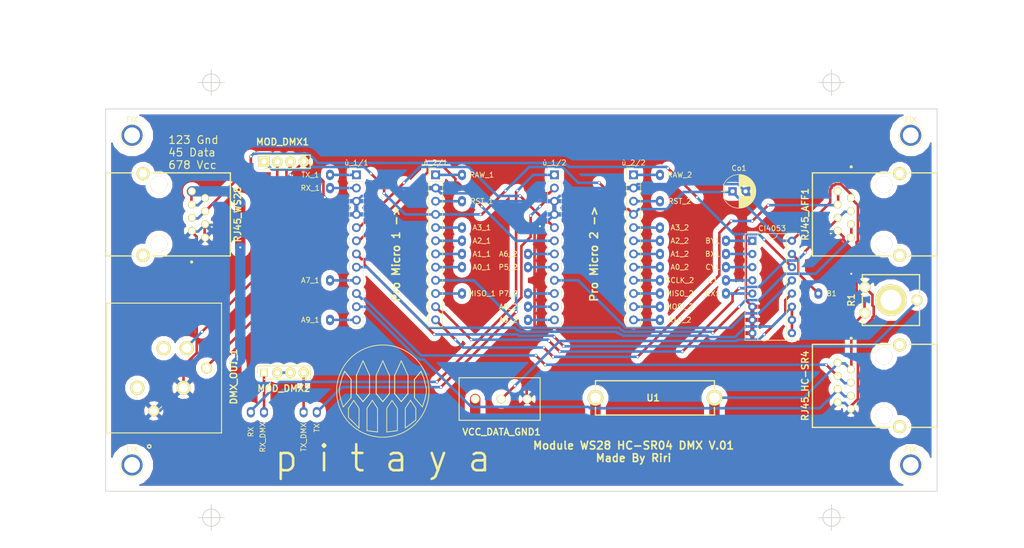
<source format=kicad_pcb>
(kicad_pcb (version 4) (host pcbnew 4.0.6)
  (title_block (title "Module WS28 HC-SR04 DMX") (date 2017-09-18) (rev "V 00") (company PITAYA))
  (layers (0 F.Cu signal) (31 B.Cu signal) (34 B.Paste user) (35 F.Paste user) (36 B.SilkS user) (37 F.SilkS user) (38 B.Mask user) (39 F.Mask user) (44 Edge.Cuts user))
  (net 0 "")
  (net 1 "Net-(C1-Pad1)")
  (net 2 "Net-(CI4053-Pad10)")
  (net 3 "Net-(CI4053-Pad3)")
  (net 4 "Net-(CI4053-Pad12)")
  (net 5 "Net-(CI4053-Pad5)")
  (net 6 "Net-(CI4053-Pad13)")
  (net 7 "Net-(CI4053-Pad14)")
  (net 8 "Net-(DMX_OUT_1-Pad2)")
  (net 9 "Net-(DMX_OUT_1-Pad3)")
  (net 10 "Net-(MOD_DMX2-Pad2)")
  (net 11 "Net-(R1-Pad2)")
  (net 12 "Net-(RJ45_AFF1-Pad2)")
  (net 13 "Net-(RJ45_AFF1-Pad4)")
  (net 14 "Net-(RJ45_AFF1-Pad6)")
  (net 15 "Net-(ù_1/1-Pad5)")
  (net 16 "Net-(ù_1/1-Pad6)")
  (net 17 "Net-(A0_1-Pad1)")
  (net 18 "Net-(A1_1-Pad1)")
  (net 19 "Net-(A2_1-Pad1)")
  (net 20 "Net-(A3_1-Pad1)")
  (net 21 "Net-(A7_1-Pad1)")
  (net 22 "Net-(A9_1-Pad1)")
  (net 23 "Net-(MISO_1-Pad1)")
  (net 24 "Net-(RAW_1-Pad1)")
  (net 25 "Net-(RST_1-Pad1)")
  (net 26 "Net-(RX_1-Pad1)")
  (net 27 "Net-(TX_1-Pad1)")
  (net 28 "Net-(A0_2-Pad1)")
  (net 29 "Net-(A1_2-Pad1)")
  (net 30 "Net-(A2_2-Pad1)")
  (net 31 "Net-(A3_2-Pad1)")
  (net 32 "Net-(A6_2-Pad1)")
  (net 33 "Net-(A8_2-Pad1)")
  (net 34 "Net-(A9_2-Pad1)")
  (net 35 "Net-(A10_2-Pad1)")
  (net 36 "Net-(B1-Pad1)")
  (net 37 "Net-(BX1-Pad1)")
  (net 38 "Net-(BY1-Pad1)")
  (net 39 "Net-(CI4053-Pad6)")
  (net 40 "Net-(CI4053-Pad16)")
  (net 41 "Net-(MISO_2-Pad1)")
  (net 42 "Net-(MOD_DMX2-Pad1)")
  (net 43 "Net-(MOD_DMX2-Pad4)")
  (net 44 "Net-(MOSI_2-Pad1)")
  (net 45 "Net-(P5_2-Pad1)")
  (net 46 "Net-(P7_2-Pad1)")
  (net 47 "Net-(RAW_2-Pad1)")
  (net 48 "Net-(RJ45_HC-SR4-Pad3)")
  (net 49 "Net-(RJ45_HC-SR4-Pad5)")
  (net 50 "Net-(RST_2-Pad1)")
  (net 51 "Net-(SCLK_2-Pad1)")
  (net 52 "Net-(U1-Pad1)")
  (net 53 "Net-(RX_2-Pad1)")
  (net 54 "Net-(TX1-Pad1)")
  (module Connectors:1pin (layer F.Cu) (at 86.36 58.42)
    (fp_text reference FIX (at 0 -3.048) (layer F.SilkS))
    (fp_text value 1pin)
    (pad 1 thru_hole circle (at 0 0) (size 4.064 4.064) (drill 3.048) (layers *.Cu *.Mask))
  )
  (module Connectors:1pin (layer F.Cu) (at 86.36 121.92)
    (fp_text reference FIX (at 0 -3.048) (layer F.SilkS))
    (fp_text value 1pin)
    (pad 1 thru_hole circle (at 0 0) (size 4.064 4.064) (drill 3.048) (layers *.Cu *.Mask))
  )
  (module Connectors:1pin (layer F.Cu) (at 236.22 121.92)
    (fp_text reference FIX (at 0 -3.048) (layer F.SilkS))
    (fp_text value 1pin)
    (pad 1 thru_hole circle (at 0 0) (size 4.064 4.064) (drill 3.048) (layers *.Cu *.Mask))
  )
  (module "TM21R-5C-88(riri)" (layer F.Cu) (at 81.28 73.66 270)
    (fp_text reference RJ45_WS28 (at 0 -25.4 270) (layer F.SilkS) (effects (font (size 1.27 1.27) (thickness 0.254))))
    (fp_text value "TM21R-5C-88(50)" hide)
    (pad 1 thru_hole circle (at 3.175 -16.6) (size 1.5 1.5) (drill 1) (layers *.Cu *.Mask F.SilkS) (net 39 "Net-(CI4053-Pad6)"))
    (pad 2 thru_hole circle (at 4.445 -19.14) (size 1.5 1.5) (drill 1) (layers *.Cu *.Mask F.SilkS) (net 39 "Net-(CI4053-Pad6)"))
    (pad 3 thru_hole circle (at 1.905 -19.14) (size 1.5 1.5) (drill 1) (layers *.Cu *.Mask F.SilkS) (net 39 "Net-(CI4053-Pad6)"))
    (pad 4 thru_hole circle (at 0.635 -16.6) (size 1.5 1.5) (drill 1) (layers *.Cu *.Mask F.SilkS) (net 7 "Net-(CI4053-Pad14)"))
    (pad 5 thru_hole circle (at -0.635 -19.14) (size 1.5 1.5) (drill 1) (layers *.Cu *.Mask F.SilkS) (net 7 "Net-(CI4053-Pad14)"))
    (pad 6 thru_hole circle (at -1.905 -16.6) (size 1.5 1.5) (drill 1) (layers *.Cu *.Mask F.SilkS) (net 40 "Net-(CI4053-Pad16)"))
    (pad 7 thru_hole circle (at -4.445 -16.6) (size 1.5 1.5) (drill 1) (layers *.Cu *.Mask F.SilkS) (net 40 "Net-(CI4053-Pad16)"))
    (pad 8 thru_hole circle (at -3.175 -19.14) (size 1.5 1.5) (drill 1) (layers *.Cu *.Mask F.SilkS) (net 40 "Net-(CI4053-Pad16)"))
    (pad 9 thru_hole circle (at -5.715 -10.25) (size 3.2 3.2) (drill 3.2) (layers *.Cu *.Mask F.SilkS))
    (pad 10 thru_hole circle (at 5.715 -10.25) (size 3.2 3.2) (drill 3.2) (layers *.Cu *.Mask F.SilkS))
    (pad 11 thru_hole circle (at -7.875 -7.2) (size 2.5 2.5) (drill 1.6) (layers *.Cu *.Mask F.SilkS))
    (pad 12 thru_hole circle (at 7.875 -7.2) (size 2.5 2.5) (drill 1.6) (layers *.Cu *.Mask F.SilkS))
  )
  (module Housings_DIP:DIP-16_W7.62mm_Socket (layer F.Cu) (at 205.74 78.74)
    (fp_text reference CI4053 (at 3.81 -2.39) (layer F.SilkS))
    (fp_text value 4053)
    (pad 1 thru_hole rect (at 0 0) (size 1.6 1.6) (drill 0.8) (layers *.Cu *.Mask) (net 38 "Net-(BY1-Pad1)"))
    (pad 9 thru_hole oval (at 7.62 17.78) (size 1.6 1.6) (drill 0.8) (layers *.Cu *.Mask) (net 2 "Net-(CI4053-Pad10)"))
    (pad 2 thru_hole oval (at 0 2.54) (size 1.6 1.6) (drill 0.8) (layers *.Cu *.Mask) (net 37 "Net-(BX1-Pad1)"))
    (pad 10 thru_hole oval (at 7.62 15.24) (size 1.6 1.6) (drill 0.8) (layers *.Cu *.Mask) (net 2 "Net-(CI4053-Pad10)"))
    (pad 3 thru_hole oval (at 0 5.08) (size 1.6 1.6) (drill 0.8) (layers *.Cu *.Mask) (net 3 "Net-(CI4053-Pad3)"))
    (pad 11 thru_hole oval (at 7.62 12.7) (size 1.6 1.6) (drill 0.8) (layers *.Cu *.Mask) (net 2 "Net-(CI4053-Pad10)"))
    (pad 4 thru_hole oval (at 0 7.62) (size 1.6 1.6) (drill 0.8) (layers *.Cu *.Mask) (net 1 "Net-(C1-Pad1)"))
    (pad 12 thru_hole oval (at 7.62 10.16) (size 1.6 1.6) (drill 0.8) (layers *.Cu *.Mask) (net 4 "Net-(CI4053-Pad12)"))
    (pad 5 thru_hole oval (at 0 10.16) (size 1.6 1.6) (drill 0.8) (layers *.Cu *.Mask) (net 5 "Net-(CI4053-Pad5)"))
    (pad 13 thru_hole oval (at 7.62 7.62) (size 1.6 1.6) (drill 0.8) (layers *.Cu *.Mask) (net 6 "Net-(CI4053-Pad13)"))
    (pad 6 thru_hole oval (at 0 12.7) (size 1.6 1.6) (drill 0.8) (layers *.Cu *.Mask) (net 39 "Net-(CI4053-Pad6)"))
    (pad 14 thru_hole oval (at 7.62 5.08) (size 1.6 1.6) (drill 0.8) (layers *.Cu *.Mask) (net 7 "Net-(CI4053-Pad14)"))
    (pad 7 thru_hole oval (at 0 15.24) (size 1.6 1.6) (drill 0.8) (layers *.Cu *.Mask) (net 39 "Net-(CI4053-Pad6)"))
    (pad 15 thru_hole oval (at 7.62 2.54) (size 1.6 1.6) (drill 0.8) (layers *.Cu *.Mask) (net 36 "Net-(B1-Pad1)"))
    (pad 8 thru_hole oval (at 0 17.78) (size 1.6 1.6) (drill 0.8) (layers *.Cu *.Mask) (net 39 "Net-(CI4053-Pad6)"))
    (pad 16 thru_hole oval (at 7.62 0) (size 1.6 1.6) (drill 0.8) (layers *.Cu *.Mask) (net 40 "Net-(CI4053-Pad16)"))
  )
  (module SHDR04 (layer F.Cu) (at 111.76 63.5)
    (fp_text reference MOD_DMX1 (at 3.556 -3.81) (layer F.SilkS) (effects (font (size 1.27 1.27) (thickness 0.254))))
    (fp_text value W35504TRC_good hide)
    (pad 1 thru_hole rect (at 0 0 90) (size 2 2) (drill 1) (layers *.Cu *.Mask F.SilkS) (net 40 "Net-(CI4053-Pad16)"))
    (pad 2 thru_hole circle (at 2.54 0 90) (size 2 2) (drill 1) (layers *.Cu *.Mask F.SilkS) (net 8 "Net-(DMX_OUT_1-Pad2)"))
    (pad 3 thru_hole circle (at 5.08 0 90) (size 2 2) (drill 1) (layers *.Cu *.Mask F.SilkS) (net 9 "Net-(DMX_OUT_1-Pad3)"))
    (pad 4 thru_hole circle (at 7.62 0 90) (size 2 2) (drill 1) (layers *.Cu *.Mask F.SilkS) (net 39 "Net-(CI4053-Pad6)"))
  )
  (module SHDR04 (layer F.Cu) (at 111.76 104.14)
    (fp_text reference MOD_DMX2 (at 3.81 3.048) (layer F.SilkS) (effects (font (size 1.27 1.27) (thickness 0.254))))
    (fp_text value W35504TRC_good hide)
    (pad 1 thru_hole rect (at 0 0 90) (size 1.5 1.5) (drill 1) (layers *.Cu *.Mask F.SilkS) (net 42 "Net-(MOD_DMX2-Pad1)"))
    (pad 2 thru_hole circle (at 2.54 0 90) (size 2 2) (drill 1) (layers *.Cu *.Mask F.SilkS) (net 10 "Net-(MOD_DMX2-Pad2)"))
    (pad 3 thru_hole circle (at 5.08 0 90) (size 2 2) (drill 1) (layers *.Cu *.Mask F.SilkS) (net 10 "Net-(MOD_DMX2-Pad2)"))
    (pad 4 thru_hole circle (at 7.62 0 90) (size 2 2) (drill 1) (layers *.Cu *.Mask F.SilkS) (net 43 "Net-(MOD_DMX2-Pad4)"))
  )
  (module "TM21R-5C-88(riri)" (layer F.Cu) (at 241.3 73.66 90)
    (fp_text reference RJ45_AFF1 (at 0 -25.4 90) (layer F.SilkS) (effects (font (size 1.27 1.27) (thickness 0.254))))
    (fp_text value "TM21R-5C-88(50)" hide)
    (pad 1 thru_hole circle (at 3.175 -16.6 180) (size 1.5 1.5) (drill 1) (layers *.Cu *.Mask F.SilkS) (net 40 "Net-(CI4053-Pad16)"))
    (pad 2 thru_hole circle (at 4.445 -19.14 180) (size 1.5 1.5) (drill 1) (layers *.Cu *.Mask F.SilkS) (net 12 "Net-(RJ45_AFF1-Pad2)"))
    (pad 3 thru_hole circle (at 1.905 -19.14 180) (size 1.5 1.5) (drill 1) (layers *.Cu *.Mask F.SilkS) (net 12 "Net-(RJ45_AFF1-Pad2)"))
    (pad 4 thru_hole circle (at 0.635 -16.6 180) (size 1.5 1.5) (drill 1) (layers *.Cu *.Mask F.SilkS) (net 13 "Net-(RJ45_AFF1-Pad4)"))
    (pad 5 thru_hole circle (at -0.635 -19.14 180) (size 1.5 1.5) (drill 1) (layers *.Cu *.Mask F.SilkS) (net 13 "Net-(RJ45_AFF1-Pad4)"))
    (pad 6 thru_hole circle (at -1.905 -16.6 180) (size 1.5 1.5) (drill 1) (layers *.Cu *.Mask F.SilkS) (net 14 "Net-(RJ45_AFF1-Pad6)"))
    (pad 7 thru_hole circle (at -4.445 -16.6 180) (size 1.5 1.5) (drill 1) (layers *.Cu *.Mask F.SilkS) (net 14 "Net-(RJ45_AFF1-Pad6)"))
    (pad 8 thru_hole circle (at -3.175 -19.14 180) (size 1.5 1.5) (drill 1) (layers *.Cu *.Mask F.SilkS) (net 39 "Net-(CI4053-Pad6)"))
    (pad 9 thru_hole circle (at -5.715 -10.25 180) (size 3.2 3.2) (drill 3.2) (layers *.Cu *.Mask F.SilkS))
    (pad 10 thru_hole circle (at 5.715 -10.25 180) (size 3.2 3.2) (drill 3.2) (layers *.Cu *.Mask F.SilkS))
    (pad 11 thru_hole circle (at -7.875 -7.2 180) (size 2.5 2.5) (drill 1.6) (layers *.Cu *.Mask F.SilkS))
    (pad 12 thru_hole circle (at 7.875 -7.2 180) (size 2.5 2.5) (drill 1.6) (layers *.Cu *.Mask F.SilkS))
  )
  (module Pin_Headers:Pin_Header_Straight_1x12_Pitch2.54mm (layer F.Cu) (at 129.54 66.04)
    (fp_text reference ù_1/1 (at 0 -2.33) (layer F.SilkS))
    (fp_text value CONN_01X12)
    (pad 1 thru_hole rect (at 0 0) (size 1.7 1.7) (drill 1) (layers *.Cu *.Mask) (net 27 "Net-(TX_1-Pad1)"))
    (pad 2 thru_hole oval (at 0 2.54) (size 1.7 1.7) (drill 1) (layers *.Cu *.Mask) (net 26 "Net-(RX_1-Pad1)"))
    (pad 3 thru_hole oval (at 0 5.08) (size 1.7 1.7) (drill 1) (layers *.Cu *.Mask) (net 39 "Net-(CI4053-Pad6)"))
    (pad 4 thru_hole oval (at 0 7.62) (size 1.7 1.7) (drill 1) (layers *.Cu *.Mask) (net 39 "Net-(CI4053-Pad6)"))
    (pad 5 thru_hole oval (at 0 10.16) (size 1.7 1.7) (drill 1) (layers *.Cu *.Mask) (net 15 "Net-(ù_1/1-Pad5)"))
    (pad 6 thru_hole oval (at 0 12.7) (size 1.7 1.7) (drill 1) (layers *.Cu *.Mask) (net 16 "Net-(ù_1/1-Pad6)"))
    (pad 7 thru_hole oval (at 0 15.24) (size 1.7 1.7) (drill 1) (layers *.Cu *.Mask) (net 11 "Net-(R1-Pad2)"))
    (pad 8 thru_hole oval (at 0 17.78) (size 1.7 1.7) (drill 1) (layers *.Cu *.Mask) (net 2 "Net-(CI4053-Pad10)"))
    (pad 9 thru_hole oval (at 0 20.32) (size 1.7 1.7) (drill 1) (layers *.Cu *.Mask) (net 21 "Net-(A7_1-Pad1)"))
    (pad 10 thru_hole oval (at 0 22.86) (size 1.7 1.7) (drill 1) (layers *.Cu *.Mask) (net 48 "Net-(RJ45_HC-SR4-Pad3)"))
    (pad 11 thru_hole oval (at 0 25.4) (size 1.7 1.7) (drill 1) (layers *.Cu *.Mask) (net 49 "Net-(RJ45_HC-SR4-Pad5)"))
    (pad 12 thru_hole oval (at 0 27.94) (size 1.7 1.7) (drill 1) (layers *.Cu *.Mask) (net 22 "Net-(A9_1-Pad1)"))
  )
  (module Pin_Headers:Pin_Header_Straight_1x12_Pitch2.54mm (layer F.Cu) (at 167.64 66.04)
    (fp_text reference ù_1/2 (at 0 -2.33) (layer F.SilkS))
    (fp_text value CONN_01X12)
    (pad 1 thru_hole rect (at 0 0) (size 1.7 1.7) (drill 1) (layers *.Cu *.Mask) (net 54 "Net-(TX1-Pad1)"))
    (pad 2 thru_hole oval (at 0 2.54) (size 1.7 1.7) (drill 1) (layers *.Cu *.Mask) (net 53 "Net-(RX_2-Pad1)"))
    (pad 3 thru_hole oval (at 0 5.08) (size 1.7 1.7) (drill 1) (layers *.Cu *.Mask) (net 39 "Net-(CI4053-Pad6)"))
    (pad 4 thru_hole oval (at 0 7.62) (size 1.7 1.7) (drill 1) (layers *.Cu *.Mask) (net 39 "Net-(CI4053-Pad6)"))
    (pad 5 thru_hole oval (at 0 10.16) (size 1.7 1.7) (drill 1) (layers *.Cu *.Mask) (net 15 "Net-(ù_1/1-Pad5)"))
    (pad 6 thru_hole oval (at 0 12.7) (size 1.7 1.7) (drill 1) (layers *.Cu *.Mask) (net 16 "Net-(ù_1/1-Pad6)"))
    (pad 7 thru_hole oval (at 0 15.24) (size 1.7 1.7) (drill 1) (layers *.Cu *.Mask) (net 32 "Net-(A6_2-Pad1)"))
    (pad 8 thru_hole oval (at 0 17.78) (size 1.7 1.7) (drill 1) (layers *.Cu *.Mask) (net 45 "Net-(P5_2-Pad1)"))
    (pad 9 thru_hole oval (at 0 20.32) (size 1.7 1.7) (drill 1) (layers *.Cu *.Mask) (net 6 "Net-(CI4053-Pad13)"))
    (pad 10 thru_hole oval (at 0 22.86) (size 1.7 1.7) (drill 1) (layers *.Cu *.Mask) (net 46 "Net-(P7_2-Pad1)"))
    (pad 11 thru_hole oval (at 0 25.4) (size 1.7 1.7) (drill 1) (layers *.Cu *.Mask) (net 33 "Net-(A8_2-Pad1)"))
    (pad 12 thru_hole oval (at 0 27.94) (size 1.7 1.7) (drill 1) (layers *.Cu *.Mask) (net 34 "Net-(A9_2-Pad1)"))
  )
  (module Pin_Headers:Pin_Header_Straight_1x12_Pitch2.54mm (layer F.Cu) (at 144.78 66.04)
    (fp_text reference ù_2/1 (at 0 -2.33) (layer F.SilkS))
    (fp_text value CONN_01X12)
    (pad 1 thru_hole rect (at 0 0) (size 1.7 1.7) (drill 1) (layers *.Cu *.Mask) (net 24 "Net-(RAW_1-Pad1)"))
    (pad 2 thru_hole oval (at 0 2.54) (size 1.7 1.7) (drill 1) (layers *.Cu *.Mask) (net 39 "Net-(CI4053-Pad6)"))
    (pad 3 thru_hole oval (at 0 5.08) (size 1.7 1.7) (drill 1) (layers *.Cu *.Mask) (net 25 "Net-(RST_1-Pad1)"))
    (pad 4 thru_hole oval (at 0 7.62) (size 1.7 1.7) (drill 1) (layers *.Cu *.Mask) (net 40 "Net-(CI4053-Pad16)"))
    (pad 5 thru_hole oval (at 0 10.16) (size 1.7 1.7) (drill 1) (layers *.Cu *.Mask) (net 20 "Net-(A3_1-Pad1)"))
    (pad 6 thru_hole oval (at 0 12.7) (size 1.7 1.7) (drill 1) (layers *.Cu *.Mask) (net 19 "Net-(A2_1-Pad1)"))
    (pad 7 thru_hole oval (at 0 15.24) (size 1.7 1.7) (drill 1) (layers *.Cu *.Mask) (net 18 "Net-(A1_1-Pad1)"))
    (pad 8 thru_hole oval (at 0 17.78) (size 1.7 1.7) (drill 1) (layers *.Cu *.Mask) (net 17 "Net-(A0_1-Pad1)"))
    (pad 9 thru_hole oval (at 0 20.32) (size 1.7 1.7) (drill 1) (layers *.Cu *.Mask) (net 14 "Net-(RJ45_AFF1-Pad6)"))
    (pad 10 thru_hole oval (at 0 22.86) (size 1.7 1.7) (drill 1) (layers *.Cu *.Mask) (net 23 "Net-(MISO_1-Pad1)"))
    (pad 11 thru_hole oval (at 0 25.4) (size 1.7 1.7) (drill 1) (layers *.Cu *.Mask) (net 13 "Net-(RJ45_AFF1-Pad4)"))
    (pad 12 thru_hole oval (at 0 27.94) (size 1.7 1.7) (drill 1) (layers *.Cu *.Mask) (net 12 "Net-(RJ45_AFF1-Pad2)"))
  )
  (module Pin_Headers:Pin_Header_Straight_1x12_Pitch2.54mm (layer F.Cu) (at 182.88 66.04)
    (fp_text reference ù_2/2 (at 0 -2.33) (layer F.SilkS))
    (fp_text value CONN_01X12)
    (pad 1 thru_hole rect (at 0 0) (size 1.7 1.7) (drill 1) (layers *.Cu *.Mask) (net 47 "Net-(RAW_2-Pad1)"))
    (pad 2 thru_hole oval (at 0 2.54) (size 1.7 1.7) (drill 1) (layers *.Cu *.Mask) (net 39 "Net-(CI4053-Pad6)"))
    (pad 3 thru_hole oval (at 0 5.08) (size 1.7 1.7) (drill 1) (layers *.Cu *.Mask) (net 50 "Net-(RST_2-Pad1)"))
    (pad 4 thru_hole oval (at 0 7.62) (size 1.7 1.7) (drill 1) (layers *.Cu *.Mask) (net 40 "Net-(CI4053-Pad16)"))
    (pad 5 thru_hole oval (at 0 10.16) (size 1.7 1.7) (drill 1) (layers *.Cu *.Mask) (net 31 "Net-(A3_2-Pad1)"))
    (pad 6 thru_hole oval (at 0 12.7) (size 1.7 1.7) (drill 1) (layers *.Cu *.Mask) (net 30 "Net-(A2_2-Pad1)"))
    (pad 7 thru_hole oval (at 0 15.24) (size 1.7 1.7) (drill 1) (layers *.Cu *.Mask) (net 29 "Net-(A1_2-Pad1)"))
    (pad 8 thru_hole oval (at 0 17.78) (size 1.7 1.7) (drill 1) (layers *.Cu *.Mask) (net 28 "Net-(A0_2-Pad1)"))
    (pad 9 thru_hole oval (at 0 20.32) (size 1.7 1.7) (drill 1) (layers *.Cu *.Mask) (net 51 "Net-(SCLK_2-Pad1)"))
    (pad 10 thru_hole oval (at 0 22.86) (size 1.7 1.7) (drill 1) (layers *.Cu *.Mask) (net 41 "Net-(MISO_2-Pad1)"))
    (pad 11 thru_hole oval (at 0 25.4) (size 1.7 1.7) (drill 1) (layers *.Cu *.Mask) (net 44 "Net-(MOSI_2-Pad1)"))
    (pad 12 thru_hole oval (at 0 27.94) (size 1.7 1.7) (drill 1) (layers *.Cu *.Mask) (net 35 "Net-(A10_2-Pad1)"))
  )
  (module j_1_pin (layer F.Cu) (at 149.86 83.82)
    (fp_text reference A0_1 (at 3.81 0) (layer F.SilkS))
    (fp_text value CONN_01X01)
    (pad 1 thru_hole oval (at 0 0) (size 1.524 2) (drill 0.762) (layers *.Cu *.Mask) (net 17 "Net-(A0_1-Pad1)"))
  )
  (module j_1_pin (layer F.Cu) (at 149.86 81.28)
    (fp_text reference A1_1 (at 3.81 0) (layer F.SilkS))
    (fp_text value CONN_01X01)
    (pad 1 thru_hole oval (at 0 0) (size 1.524 2) (drill 0.762) (layers *.Cu *.Mask) (net 18 "Net-(A1_1-Pad1)"))
  )
  (module j_1_pin (layer F.Cu) (at 149.86 78.74)
    (fp_text reference A2_1 (at 3.81 0) (layer F.SilkS))
    (fp_text value CONN_01X01)
    (pad 1 thru_hole oval (at 0 0) (size 1.524 2) (drill 0.762) (layers *.Cu *.Mask) (net 19 "Net-(A2_1-Pad1)"))
  )
  (module j_1_pin (layer F.Cu) (at 149.86 76.2)
    (fp_text reference A3_1 (at 3.81 0) (layer F.SilkS))
    (fp_text value CONN_01X01)
    (pad 1 thru_hole oval (at 0 0) (size 1.524 2) (drill 0.762) (layers *.Cu *.Mask) (net 20 "Net-(A3_1-Pad1)"))
  )
  (module j_1_pin (layer F.Cu) (at 124.46 86.36)
    (fp_text reference A7_1 (at -3.81 0) (layer F.SilkS))
    (fp_text value CONN_01X01)
    (pad 1 thru_hole oval (at 0 0) (size 1.524 2) (drill 0.762) (layers *.Cu *.Mask) (net 21 "Net-(A7_1-Pad1)"))
  )
  (module j_1_pin (layer F.Cu) (at 124.46 93.98)
    (fp_text reference A9_1 (at -3.81 0) (layer F.SilkS))
    (fp_text value CONN_01X01)
    (pad 1 thru_hole oval (at 0 0) (size 1.524 2) (drill 0.762) (layers *.Cu *.Mask) (net 22 "Net-(A9_1-Pad1)"))
  )
  (module j_1_pin (layer F.Cu) (at 149.86 88.9)
    (fp_text reference MISO_1 (at 3.81 0) (layer F.SilkS))
    (fp_text value CONN_01X01)
    (pad 1 thru_hole oval (at 0 0) (size 1.524 2) (drill 0.762) (layers *.Cu *.Mask) (net 23 "Net-(MISO_1-Pad1)"))
  )
  (module CB10LV103M (layer F.Cu) (at 232.41 90.17 270)
    (fp_text reference R1 (at 0 7.62 270) (layer F.SilkS) (effects (font (size 1.27 1.27) (thickness 0.254))))
    (fp_text value CB10LV103M hide)
    (pad 1 thru_hole circle (at -2.5 5) (size 2.1 2.1) (drill 1.4) (layers *.Cu *.Mask F.SilkS) (net 39 "Net-(CI4053-Pad6)"))
    (pad 2 thru_hole circle (at 0 -5) (size 2.1 2.1) (drill 1.4) (layers *.Cu *.Mask F.SilkS) (net 11 "Net-(R1-Pad2)"))
    (pad 3 thru_hole circle (at 2.5 5) (size 2.1 2.1) (drill 1.4) (layers *.Cu *.Mask F.SilkS) (net 40 "Net-(CI4053-Pad16)"))
    (pad 4 thru_hole circle (at 0 0) (size 6 6) (drill 4) (layers *.Cu *.Mask F.SilkS))
  )
  (module j_1_pin (layer F.Cu) (at 149.86 66.04)
    (fp_text reference RAW_1 (at 3.81 0) (layer F.SilkS))
    (fp_text value CONN_01X01)
    (pad 1 thru_hole oval (at 0 0) (size 1.524 2) (drill 0.762) (layers *.Cu *.Mask) (net 24 "Net-(RAW_1-Pad1)"))
  )
  (module j_1_pin (layer F.Cu) (at 149.86 71.12)
    (fp_text reference RST_1 (at 3.81 0) (layer F.SilkS))
    (fp_text value CONN_01X01)
    (pad 1 thru_hole oval (at 0 0) (size 1.524 2) (drill 0.762) (layers *.Cu *.Mask) (net 25 "Net-(RST_1-Pad1)"))
  )
  (module j_1_pin (layer F.Cu) (at 124.46 68.58)
    (fp_text reference RX_1 (at -3.81 0) (layer F.SilkS))
    (fp_text value CONN_01X01)
    (pad 1 thru_hole oval (at 0 0) (size 1.524 2) (drill 0.762) (layers *.Cu *.Mask) (net 26 "Net-(RX_1-Pad1)"))
  )
  (module j_1_pin (layer F.Cu) (at 124.46 66.04)
    (fp_text reference TX_1 (at -3.81 0) (layer F.SilkS))
    (fp_text value CONN_01X01)
    (pad 1 thru_hole oval (at 0 0) (size 1.524 2) (drill 0.762) (layers *.Cu *.Mask) (net 27 "Net-(TX_1-Pad1)"))
  )
  (module j_1_pin (layer F.Cu) (at 187.96 83.82)
    (fp_text reference A0_2 (at 3.81 0) (layer F.SilkS))
    (fp_text value CONN_01X01)
    (pad 1 thru_hole oval (at 0 0) (size 1.524 2) (drill 0.762) (layers *.Cu *.Mask) (net 28 "Net-(A0_2-Pad1)"))
  )
  (module j_1_pin (layer F.Cu) (at 187.96 81.28)
    (fp_text reference A1_2 (at 3.81 0) (layer F.SilkS))
    (fp_text value CONN_01X01)
    (pad 1 thru_hole oval (at 0 0) (size 1.524 2) (drill 0.762) (layers *.Cu *.Mask) (net 29 "Net-(A1_2-Pad1)"))
  )
  (module j_1_pin (layer F.Cu) (at 187.96 78.74)
    (fp_text reference A2_2 (at 3.81 0) (layer F.SilkS))
    (fp_text value CONN_01X01)
    (pad 1 thru_hole oval (at 0 0) (size 1.524 2) (drill 0.762) (layers *.Cu *.Mask) (net 30 "Net-(A2_2-Pad1)"))
  )
  (module j_1_pin (layer F.Cu) (at 187.96 76.2)
    (fp_text reference A3_2 (at 3.81 0) (layer F.SilkS))
    (fp_text value CONN_01X01)
    (pad 1 thru_hole oval (at 0 0) (size 1.524 2) (drill 0.762) (layers *.Cu *.Mask) (net 31 "Net-(A3_2-Pad1)"))
  )
  (module j_1_pin (layer F.Cu) (at 162.56 81.28)
    (fp_text reference A6_2 (at -3.81 0) (layer F.SilkS))
    (fp_text value CONN_01X01)
    (pad 1 thru_hole oval (at 0 0) (size 1.524 2) (drill 0.762) (layers *.Cu *.Mask) (net 32 "Net-(A6_2-Pad1)"))
  )
  (module j_1_pin (layer F.Cu) (at 162.56 91.44)
    (fp_text reference A8_2 (at -3.81 0) (layer F.SilkS))
    (fp_text value CONN_01X01)
    (pad 1 thru_hole oval (at 0 0) (size 1.524 2) (drill 0.762) (layers *.Cu *.Mask) (net 33 "Net-(A8_2-Pad1)"))
  )
  (module j_1_pin (layer F.Cu) (at 162.56 93.98)
    (fp_text reference A9_2 (at -3.81 0) (layer F.SilkS))
    (fp_text value CONN_01X01)
    (pad 1 thru_hole oval (at 0 0) (size 1.524 2) (drill 0.762) (layers *.Cu *.Mask) (net 34 "Net-(A9_2-Pad1)"))
  )
  (module j_1_pin (layer F.Cu) (at 187.96 93.98)
    (fp_text reference A10_2 (at 3.81 0) (layer F.SilkS))
    (fp_text value CONN_01X01)
    (pad 1 thru_hole oval (at 0 0) (size 1.524 2) (drill 0.762) (layers *.Cu *.Mask) (net 35 "Net-(A10_2-Pad1)"))
  )
  (module j_1_pin (layer F.Cu) (at 218.44 88.9)
    (fp_text reference B1 (at 2.54 0) (layer F.SilkS))
    (fp_text value CONN_01X01)
    (pad 1 thru_hole oval (at 0 0) (size 1.524 2) (drill 0.762) (layers *.Cu *.Mask) (net 36 "Net-(B1-Pad1)"))
  )
  (module j_1_pin (layer F.Cu) (at 200.66 81.28)
    (fp_text reference BX1 (at -2.54 0) (layer F.SilkS))
    (fp_text value CONN_01X01)
    (pad 1 thru_hole oval (at 0 0) (size 1.524 2) (drill 0.762) (layers *.Cu *.Mask) (net 37 "Net-(BX1-Pad1)"))
  )
  (module j_1_pin (layer F.Cu) (at 200.66 78.74)
    (fp_text reference BY1 (at -2.54 0) (layer F.SilkS))
    (fp_text value CONN_01X01)
    (pad 1 thru_hole oval (at 0 0) (size 1.524 2) (drill 0.762) (layers *.Cu *.Mask) (net 38 "Net-(BY1-Pad1)"))
  )
  (module Capacitors_THT:CP_Radial_D6.3mm_P2.50mm (layer F.Cu) (at 201.93 69.215)
    (fp_text reference Co1 (at 1.25 -4.46) (layer F.SilkS))
    (fp_text value 100uF)
    (pad 1 thru_hole rect (at 0 0) (size 1.6 1.6) (drill 0.8) (layers *.Cu *.Mask) (net 40 "Net-(CI4053-Pad16)"))
    (pad 2 thru_hole circle (at 2.5 0) (size 1.6 1.6) (drill 0.8) (layers *.Cu *.Mask) (net 39 "Net-(CI4053-Pad6)"))
  )
  (module j_1_pin (layer F.Cu) (at 200.66 88.9)
    (fp_text reference CX1 (at -2.54 0) (layer F.SilkS))
    (fp_text value CONN_01X01)
    (pad 1 thru_hole oval (at 0 0) (size 1.524 2) (drill 0.762) (layers *.Cu *.Mask) (net 5 "Net-(CI4053-Pad5)"))
  )
  (module j_1_pin (layer F.Cu) (at 200.66 83.82)
    (fp_text reference CY1 (at -2.54 0) (layer F.SilkS))
    (fp_text value CONN_01X01)
    (pad 1 thru_hole oval (at 0 0) (size 1.524 2) (drill 0.762) (layers *.Cu *.Mask) (net 3 "Net-(CI4053-Pad3)"))
  )
  (module j_1_pin (layer F.Cu) (at 187.96 88.9)
    (fp_text reference MISO_2 (at 3.81 0) (layer F.SilkS))
    (fp_text value CONN_01X01)
    (pad 1 thru_hole oval (at 0 0) (size 1.524 2) (drill 0.762) (layers *.Cu *.Mask) (net 41 "Net-(MISO_2-Pad1)"))
  )
  (module j_1_pin (layer F.Cu) (at 187.96 91.44)
    (fp_text reference MOSI_2 (at 3.81 0) (layer F.SilkS))
    (fp_text value CONN_01X01)
    (pad 1 thru_hole oval (at 0 0) (size 1.524 2) (drill 0.762) (layers *.Cu *.Mask) (net 44 "Net-(MOSI_2-Pad1)"))
  )
  (module j_1_pin (layer F.Cu) (at 162.56 83.82)
    (fp_text reference P5_2 (at -3.81 0) (layer F.SilkS))
    (fp_text value CONN_01X01)
    (pad 1 thru_hole oval (at 0 0) (size 1.524 2) (drill 0.762) (layers *.Cu *.Mask) (net 45 "Net-(P5_2-Pad1)"))
  )
  (module j_1_pin (layer F.Cu) (at 162.56 88.9)
    (fp_text reference P7_2 (at -3.81 0) (layer F.SilkS))
    (fp_text value CONN_01X01)
    (pad 1 thru_hole oval (at 0 0) (size 1.524 2) (drill 0.762) (layers *.Cu *.Mask) (net 46 "Net-(P7_2-Pad1)"))
  )
  (module j_1_pin (layer F.Cu) (at 187.96 66.04)
    (fp_text reference RAW_2 (at 3.81 0) (layer F.SilkS))
    (fp_text value CONN_01X01)
    (pad 1 thru_hole oval (at 0 0) (size 1.524 2) (drill 0.762) (layers *.Cu *.Mask) (net 47 "Net-(RAW_2-Pad1)"))
  )
  (module "TM21R-5C-88(riri)" (layer F.Cu) (at 241.3 106.68 90)
    (fp_text reference RJ45_HC-SR4 (at 0 -25.4 90) (layer F.SilkS) (effects (font (size 1.27 1.27) (thickness 0.254))))
    (fp_text value "TM21R-5C-88(50)" hide)
    (pad 1 thru_hole circle (at 3.175 -16.6 180) (size 1.5 1.5) (drill 1) (layers *.Cu *.Mask F.SilkS) (net 40 "Net-(CI4053-Pad16)"))
    (pad 2 thru_hole circle (at 4.445 -19.14 180) (size 1.5 1.5) (drill 1) (layers *.Cu *.Mask F.SilkS) (net 40 "Net-(CI4053-Pad16)"))
    (pad 3 thru_hole circle (at 1.905 -19.14 180) (size 1.5 1.5) (drill 1) (layers *.Cu *.Mask F.SilkS) (net 48 "Net-(RJ45_HC-SR4-Pad3)"))
    (pad 4 thru_hole circle (at 0.635 -16.6 180) (size 1.5 1.5) (drill 1) (layers *.Cu *.Mask F.SilkS) (net 48 "Net-(RJ45_HC-SR4-Pad3)"))
    (pad 5 thru_hole circle (at -0.635 -19.14 180) (size 1.5 1.5) (drill 1) (layers *.Cu *.Mask F.SilkS) (net 49 "Net-(RJ45_HC-SR4-Pad5)"))
    (pad 6 thru_hole circle (at -1.905 -16.6 180) (size 1.5 1.5) (drill 1) (layers *.Cu *.Mask F.SilkS) (net 49 "Net-(RJ45_HC-SR4-Pad5)"))
    (pad 7 thru_hole circle (at -4.445 -16.6 180) (size 1.5 1.5) (drill 1) (layers *.Cu *.Mask F.SilkS) (net 39 "Net-(CI4053-Pad6)"))
    (pad 8 thru_hole circle (at -3.175 -19.14 180) (size 1.5 1.5) (drill 1) (layers *.Cu *.Mask F.SilkS) (net 39 "Net-(CI4053-Pad6)"))
    (pad 9 thru_hole circle (at -5.715 -10.25 180) (size 3.2 3.2) (drill 3.2) (layers *.Cu *.Mask F.SilkS))
    (pad 10 thru_hole circle (at 5.715 -10.25 180) (size 3.2 3.2) (drill 3.2) (layers *.Cu *.Mask F.SilkS))
    (pad 11 thru_hole circle (at -7.875 -7.2 180) (size 2.5 2.5) (drill 1.6) (layers *.Cu *.Mask F.SilkS))
    (pad 12 thru_hole circle (at 7.875 -7.2 180) (size 2.5 2.5) (drill 1.6) (layers *.Cu *.Mask F.SilkS))
  )
  (module j_1_pin (layer F.Cu) (at 187.96 71.12)
    (fp_text reference RST_2 (at 3.81 0) (layer F.SilkS))
    (fp_text value CONN_01X01)
    (pad 1 thru_hole oval (at 0 0) (size 1.524 2) (drill 0.762) (layers *.Cu *.Mask) (net 50 "Net-(RST_2-Pad1)"))
  )
  (module j_1_pin (layer F.Cu) (at 187.96 86.36)
    (fp_text reference SCLK_2 (at 3.81 0) (layer F.SilkS))
    (fp_text value CONN_01X01)
    (pad 1 thru_hole oval (at 0 0) (size 1.524 2) (drill 0.762) (layers *.Cu *.Mask) (net 51 "Net-(SCLK_2-Pad1)"))
  )
  (module j_1_pin (layer F.Cu) (at 200.66 86.36)
    (fp_text reference C1 (at -2.54 0) (layer F.SilkS))
    (fp_text value CONN_01X01)
    (pad 1 thru_hole oval (at 0 0) (size 1.524 2) (drill 0.762) (layers *.Cu *.Mask) (net 1 "Net-(C1-Pad1)"))
  )
  (module Connectors:1pin (layer F.Cu) (at 236.22 58.42)
    (fp_text reference FIX (at 0 -3.048) (layer F.SilkS))
    (fp_text value 1pin)
    (pad 1 thru_hole circle (at 0 0) (size 4.064 4.064) (drill 3.048) (layers *.Cu *.Mask))
  )
  (module riri:logo_pitaya (layer F.Cu) (at 134.62 106.68)
    (fp_text reference "" (at 0 22.86) (layer F.SilkS))
    (fp_text value logo_pitaya)
    (fp_text user "p i t a y a" (at 0 13.97) (layer F.SilkS) (effects (font (size 5 5) (thickness 0.5))))
  )
  (module SamacSys_Parts:282836-3 (layer F.Cu) (at 152.4 109.22)
    (fp_text reference VCC_DATA_GND1 (at 5.08 6.35) (layer F.SilkS) (effects (font (size 1.27 1.27) (thickness 0.254))))
    (fp_text value Screw_Terminal_1x08 hide)
    (pad 1 thru_hole circle (at 0 0 90) (size 1.7 1.7) (drill 1.2) (layers *.Cu *.Mask F.SilkS) (net 52 "Net-(U1-Pad1)"))
    (pad 2 thru_hole circle (at 5 0 90) (size 1.7 1.7) (drill 1.2) (layers *.Cu *.Mask F.SilkS) (net 4 "Net-(CI4053-Pad12)"))
    (pad 3 thru_hole circle (at 10 0 90) (size 1.7 1.7) (drill 1.2) (layers *.Cu *.Mask F.SilkS) (net 39 "Net-(CI4053-Pad6)"))
  )
  (module NC3FAAH2_2 (layer F.Cu) (at 92.71 95.25 90)
    (fp_text reference DMX_OUT_1 (at -9.652 13.208 90) (layer F.SilkS) (effects (font (size 1.27 1.27) (thickness 0.254))))
    (fp_text value NC3FAAH2 hide)
    (pad G thru_hole circle (at -16.25 -2.17 180) (size 2.1 2.1) (drill 1.4) (layers *.Cu *.Mask F.SilkS) (net 39 "Net-(CI4053-Pad6)"))
    (pad pl thru_hole circle (at -4.19 -0.26 180) (size 2.7 2.7) (drill 1.8) (layers *.Cu *.Mask F.SilkS))
    (pad 1 thru_hole circle (at -11.81 3.55 180) (size 2.7 2.7) (drill 1.8) (layers *.Cu *.Mask F.SilkS) (net 39 "Net-(CI4053-Pad6)"))
    (pad 2 thru_hole circle (at -4.19 4.185 180) (size 2.7 2.7) (drill 1.8) (layers *.Cu *.Mask F.SilkS) (net 8 "Net-(DMX_OUT_1-Pad2)"))
    (pad 3 thru_hole circle (at -8 8 180) (size 2.1 2.1) (drill 1.4) (layers *.Cu *.Mask F.SilkS) (net 9 "Net-(DMX_OUT_1-Pad3)"))
    (pad pl thru_hole circle (at -11.81 -5.34 180) (size 2.7 2.7) (drill 1.8) (layers *.Cu *.Mask F.SilkS))
  )
  (module j_1_pin (layer F.Cu) (at 109.22 111.76)
    (fp_text reference RX (at 0 3.81 90) (layer F.SilkS))
    (fp_text value CONN_01X01)
    (pad 1 thru_hole oval (at 0 0) (size 1.524 2) (drill 1) (layers *.Cu *.Mask) (net 53 "Net-(RX_2-Pad1)"))
  )
  (module j_1_pin (layer F.Cu) (at 111.76 111.76)
    (fp_text reference RX_DMX (at -0.254 4.826 90) (layer F.SilkS))
    (fp_text value CONN_01X01)
    (pad 1 thru_hole oval (at 0 0) (size 1.524 2) (drill 1) (layers *.Cu *.Mask) (net 42 "Net-(MOD_DMX2-Pad1)"))
  )
  (module j_1_pin (layer F.Cu) (at 121.92 111.76)
    (fp_text reference TX (at 0 3.048 90) (layer F.SilkS))
    (fp_text value CONN_01X01)
    (pad 1 thru_hole oval (at 0 0) (size 1.524 2) (drill 1) (layers *.Cu *.Mask) (net 54 "Net-(TX1-Pad1)"))
  )
  (module j_1_pin (layer F.Cu) (at 119.38 111.76)
    (fp_text reference TX_DMX (at 0 4.826 90) (layer F.SilkS))
    (fp_text value CONN_01X01)
    (pad 1 thru_hole oval (at 0 0) (size 1.524 2) (drill 1) (layers *.Cu *.Mask) (net 43 "Net-(MOD_DMX2-Pad4)"))
  )
  (module FX0321 (layer F.Cu) (at 187 109)
    (fp_text reference U1 (at -0.358 0) (layer F.SilkS) (effects (font (size 1.27 1.27) (thickness 0.254))))
    (fp_text value FX0321 hide)
    (pad 1 thru_hole circle (at -11.45 0 90) (size 3 3) (drill 2) (layers *.Cu *.Mask F.SilkS) (net 52 "Net-(U1-Pad1)"))
    (pad 2 thru_hole circle (at 11.45 0 90) (size 3 3) (drill 2) (layers *.Cu *.Mask F.SilkS) (net 40 "Net-(CI4053-Pad16)"))
  )
  (gr_text "123 Gnd\n45 Data\n678 Vcc" (at 93.218 61.722) (layer F.SilkS) (effects (font (size 1.5 1.5) (thickness 0.2)) (justify left)))
  (gr_text "Pro Micro 2 ->" (at 175.26 81.28 90) (layer F.SilkS) (effects (font (size 1.5 1.5) (thickness 0.3))))
  (gr_text "Pro Micro 1 ->" (at 137.16 81.28 90) (layer F.SilkS) (effects (font (size 1.5 1.5) (thickness 0.3))))
  (gr_line (start 81.28 127) (end 81.28 53.34) (angle 90) (layer Edge.Cuts) (width 0.15))
  (gr_line (start 241.3 127) (end 81.28 127) (angle 90) (layer Edge.Cuts) (width 0.15))
  (gr_line (start 241.3 53.34) (end 241.3 127) (angle 90) (layer Edge.Cuts) (width 0.15))
  (gr_line (start 81.28 53.34) (end 241.3 53.34) (angle 90) (layer Edge.Cuts) (width 0.15))
  (gr_text "Module WS28 HC-SR04 DMX V.01\nMade By Riri" (at 182.88 119.38) (layer F.SilkS) (effects (font (size 1.5 1.5) (thickness 0.3))))
  (target plus (at 101.6 48.26) (size 5) (width 0.15) (layer Edge.Cuts))
  (target plus (at 220.98 48.26) (size 5) (width 0.15) (layer Edge.Cuts))
  (target plus (at 101.6 132.08) (size 5) (width 0.15) (layer Edge.Cuts))
  (target plus (at 220.98 132.08) (size 5) (width 0.15) (layer Edge.Cuts))
  (segment (start 200.66 86.36) (end 205.74 86.36) (width 0.5) (layer B.Cu) (net 1))
  (segment (start 213.36 91.44) (end 209.55 95.25) (width 0.5) (layer B.Cu) (net 2))
  (segment (start 209.55 95.25) (end 204.47 95.25) (width 0.5) (layer B.Cu) (net 2))
  (segment (start 204.47 95.25) (end 202.438 97.282) (width 0.5) (layer B.Cu) (net 2))
  (segment (start 202.438 97.282) (end 197.358 97.282) (width 0.5) (layer B.Cu) (net 2))
  (segment (start 197.358 97.282) (end 197.104 97.028) (width 0.5) (layer B.Cu) (net 2))
  (segment (start 197.104 97.028) (end 180.848 97.028) (width 0.5) (layer B.Cu) (net 2))
  (segment (start 180.848 97.028) (end 180.594 96.774) (width 0.5) (layer B.Cu) (net 2))
  (segment (start 180.594 96.774) (end 180.34 96.774) (width 0.5) (layer B.Cu) (net 2))
  (segment (start 180.34 96.774) (end 180.086 96.52) (width 0.5) (layer B.Cu) (net 2))
  (segment (start 180.086 96.52) (end 179.832 96.52) (width 0.5) (layer B.Cu) (net 2))
  (segment (start 179.832 96.52) (end 179.578 96.266) (width 0.5) (layer B.Cu) (net 2))
  (segment (start 179.578 96.266) (end 161.036 96.266) (width 0.5) (layer B.Cu) (net 2))
  (segment (start 161.036 96.266) (end 160.782 96.012) (width 0.5) (layer B.Cu) (net 2))
  (segment (start 160.782 96.012) (end 160.528 96.012) (width 0.5) (layer B.Cu) (net 2))
  (segment (start 160.528 96.012) (end 160.02 95.504) (width 0.5) (layer B.Cu) (net 2))
  (segment (start 160.02 95.504) (end 143.256 95.504) (width 0.5) (layer B.Cu) (net 2))
  (segment (start 143.256 95.504) (end 131.572 83.82) (width 0.5) (layer B.Cu) (net 2))
  (segment (start 131.572 83.82) (end 129.54 83.82) (width 0.5) (layer B.Cu) (net 2))
  (segment (start 213.36 93.98) (end 213.36 91.44) (width 0.5) (layer F.Cu) (net 2))
  (segment (start 213.36 93.98) (end 213.36 96.52) (width 0.5) (layer F.Cu) (net 2))
  (segment (start 205.74 83.82) (end 200.66 83.82) (width 0.5) (layer B.Cu) (net 3))
  (segment (start 157.4 109.22) (end 157.48 109.22) (width 0.5) (layer F.Cu) (net 4))
  (segment (start 157.48 109.22) (end 160.02 106.68) (width 0.5) (layer F.Cu) (net 4))
  (via (at 160.02 106.68) (size 0.6) (layers F.Cu B.Cu) (net 4))
  (segment (start 160.02 106.68) (end 168.656 98.044) (width 0.5) (layer B.Cu) (net 4))
  (segment (start 168.656 98.044) (end 202.692 98.044) (width 0.5) (layer B.Cu) (net 4))
  (segment (start 202.692 98.044) (end 202.946 97.79) (width 0.5) (layer B.Cu) (net 4))
  (segment (start 202.946 97.79) (end 207.01 97.79) (width 0.5) (layer B.Cu) (net 4))
  (segment (start 207.01 97.79) (end 208.026 96.774) (width 0.5) (layer B.Cu) (net 4))
  (via (at 208.026 96.774) (size 0.6) (layers F.Cu B.Cu) (net 4))
  (segment (start 208.026 96.774) (end 212.09 92.71) (width 0.5) (layer F.Cu) (net 4))
  (segment (start 212.09 92.71) (end 212.09 90.17) (width 0.5) (layer F.Cu) (net 4))
  (segment (start 212.09 90.17) (end 213.36 88.9) (width 0.5) (layer F.Cu) (net 4))
  (segment (start 200.66 88.9) (end 205.74 88.9) (width 0.5) (layer B.Cu) (net 5))
  (segment (start 213.36 86.36) (end 207.01 92.71) (width 0.5) (layer B.Cu) (net 6))
  (segment (start 207.01 92.71) (end 204.47 92.71) (width 0.5) (layer B.Cu) (net 6))
  (segment (start 204.47 92.71) (end 201.676 95.504) (width 0.5) (layer B.Cu) (net 6))
  (segment (start 201.676 95.504) (end 181.356 95.504) (width 0.5) (layer B.Cu) (net 6))
  (segment (start 181.356 95.504) (end 172.212 86.36) (width 0.5) (layer B.Cu) (net 6))
  (segment (start 172.212 86.36) (end 167.64 86.36) (width 0.5) (layer B.Cu) (net 6))
  (segment (start 100.42 73.025) (end 100.33 73.152) (width 0.5) (layer F.Cu) (net 7))
  (segment (start 100.33 73.152) (end 109.22 64.262) (width 0.5) (layer F.Cu) (net 7))
  (segment (start 109.22 64.262) (end 109.22 62.484) (width 0.5) (layer F.Cu) (net 7))
  (via (at 109.22 62.484) (size 0.6) (layers F.Cu B.Cu) (net 7))
  (segment (start 109.22 62.484) (end 109.728 61.976) (width 0.5) (layer B.Cu) (net 7))
  (segment (start 109.728 61.976) (end 120.142 61.976) (width 0.5) (layer B.Cu) (net 7))
  (segment (start 120.142 61.976) (end 120.396 62.23) (width 0.5) (layer B.Cu) (net 7))
  (segment (start 120.396 62.23) (end 120.65 62.23) (width 0.5) (layer B.Cu) (net 7))
  (segment (start 120.65 62.23) (end 122.174 63.754) (width 0.5) (layer B.Cu) (net 7))
  (segment (start 122.174 63.754) (end 169.418 63.754) (width 0.5) (layer B.Cu) (net 7))
  (segment (start 169.418 63.754) (end 169.672 64.008) (width 0.5) (layer B.Cu) (net 7))
  (segment (start 169.672 64.008) (end 169.926 64.008) (width 0.5) (layer B.Cu) (net 7))
  (segment (start 169.926 64.008) (end 170.434 64.516) (width 0.5) (layer B.Cu) (net 7))
  (segment (start 170.434 64.516) (end 189.23 64.516) (width 0.5) (layer B.Cu) (net 7))
  (segment (start 189.23 64.516) (end 189.484 64.77) (width 0.5) (layer B.Cu) (net 7))
  (via (at 189.484 64.77) (size 0.6) (layers F.Cu B.Cu) (net 7))
  (segment (start 189.484 64.77) (end 195.072 70.358) (width 0.5) (layer F.Cu) (net 7))
  (via (at 195.072 70.358) (size 0.6) (layers F.Cu B.Cu) (net 7))
  (segment (start 195.072 70.358) (end 202.184 77.47) (width 0.5) (layer B.Cu) (net 7))
  (segment (start 202.184 77.47) (end 207.01 77.47) (width 0.5) (layer B.Cu) (net 7))
  (segment (start 207.01 77.47) (end 208.026 78.486) (width 0.5) (layer B.Cu) (net 7))
  (via (at 208.026 78.486) (size 0.6) (layers F.Cu B.Cu) (net 7))
  (segment (start 208.026 78.486) (end 213.36 83.82) (width 0.5) (layer F.Cu) (net 7))
  (segment (start 100.42 73.025) (end 100.33 73.152) (width 0.5) (layer B.Cu) (net 7))
  (segment (start 100.33 73.152) (end 99.06 74.422) (width 0.5) (layer B.Cu) (net 7))
  (segment (start 99.06 74.422) (end 97.79 74.422) (width 0.5) (layer B.Cu) (net 7))
  (segment (start 97.79 74.422) (end 97.88 74.295) (width 0.5) (layer B.Cu) (net 7))
  (segment (start 96.895 99.44) (end 96.774 99.314) (width 0.5) (layer B.Cu) (net 8))
  (segment (start 96.774 99.314) (end 99.822 96.266) (width 0.5) (layer B.Cu) (net 8))
  (via (at 99.822 96.266) (size 0.6) (layers F.Cu B.Cu) (net 8))
  (segment (start 99.822 96.266) (end 114.3 81.788) (width 0.5) (layer F.Cu) (net 8))
  (segment (start 114.3 81.788) (end 114.3 63.5) (width 0.5) (layer F.Cu) (net 8))
  (segment (start 100.71 103.25) (end 100.838 102.87) (width 0.5) (layer F.Cu) (net 9))
  (segment (start 100.838 102.87) (end 116.078 87.63) (width 0.5) (layer F.Cu) (net 9))
  (segment (start 116.078 87.63) (end 116.078 65.278) (width 0.5) (layer F.Cu) (net 9))
  (segment (start 116.078 65.278) (end 116.84 64.516) (width 0.5) (layer F.Cu) (net 9))
  (segment (start 116.84 64.516) (end 116.84 63.5) (width 0.5) (layer F.Cu) (net 9))
  (segment (start 116.84 104.14) (end 114.3 104.14) (width 0.5) (layer B.Cu) (net 10))
  (segment (start 237.41 90.17) (end 237.49 90.17) (width 0.5) (layer B.Cu) (net 11))
  (segment (start 237.49 90.17) (end 237.49 90.424) (width 0.5) (layer B.Cu) (net 11))
  (segment (start 237.49 90.424) (end 228.854 99.06) (width 0.5) (layer B.Cu) (net 11))
  (segment (start 228.854 99.06) (end 169.418 99.06) (width 0.5) (layer B.Cu) (net 11))
  (via (at 169.418 99.06) (size 0.6) (layers F.Cu B.Cu) (net 11))
  (segment (start 169.418 99.06) (end 167.64 97.282) (width 0.5) (layer F.Cu) (net 11))
  (via (at 167.64 97.282) (size 0.6) (layers F.Cu B.Cu) (net 11))
  (segment (start 167.64 97.282) (end 167.386 97.028) (width 0.5) (layer B.Cu) (net 11))
  (segment (start 167.386 97.028) (end 160.782 97.028) (width 0.5) (layer B.Cu) (net 11))
  (segment (start 160.782 97.028) (end 160.528 96.774) (width 0.5) (layer B.Cu) (net 11))
  (segment (start 160.528 96.774) (end 144.526 96.774) (width 0.5) (layer B.Cu) (net 11))
  (via (at 144.526 96.774) (size 0.6) (layers F.Cu B.Cu) (net 11))
  (segment (start 144.526 96.774) (end 131.064 83.312) (width 0.5) (layer F.Cu) (net 11))
  (segment (start 131.064 83.312) (end 131.064 82.296) (width 0.5) (layer F.Cu) (net 11))
  (segment (start 131.064 82.296) (end 130.556 82.296) (width 0.5) (layer F.Cu) (net 11))
  (segment (start 130.556 82.296) (end 129.54 81.28) (width 0.5) (layer F.Cu) (net 11))
  (segment (start 144.78 93.98) (end 148.59 97.79) (width 0.5) (layer F.Cu) (net 12))
  (via (at 148.59 97.79) (size 0.6) (layers F.Cu B.Cu) (net 12))
  (segment (start 148.59 97.79) (end 150.114 99.314) (width 0.5) (layer B.Cu) (net 12))
  (segment (start 150.114 99.314) (end 165.608 99.314) (width 0.5) (layer B.Cu) (net 12))
  (via (at 165.608 99.314) (size 0.6) (layers F.Cu B.Cu) (net 12))
  (segment (start 165.608 99.314) (end 167.386 101.092) (width 0.5) (layer F.Cu) (net 12))
  (via (at 167.386 101.092) (size 0.6) (layers F.Cu B.Cu) (net 12))
  (segment (start 167.386 101.092) (end 183.642 101.092) (width 0.5) (layer B.Cu) (net 12))
  (via (at 183.642 101.092) (size 0.6) (layers F.Cu B.Cu) (net 12))
  (segment (start 183.642 101.092) (end 199.39 85.344) (width 0.5) (layer F.Cu) (net 12))
  (segment (start 199.39 85.344) (end 199.39 77.216) (width 0.5) (layer F.Cu) (net 12))
  (segment (start 199.39 77.216) (end 201.676 74.93) (width 0.5) (layer F.Cu) (net 12))
  (via (at 201.676 74.93) (size 0.6) (layers F.Cu B.Cu) (net 12))
  (segment (start 201.676 74.93) (end 205.74 74.93) (width 0.5) (layer B.Cu) (net 12))
  (via (at 205.74 74.93) (size 0.6) (layers F.Cu B.Cu) (net 12))
  (segment (start 205.74 74.93) (end 208.788 71.882) (width 0.5) (layer F.Cu) (net 12))
  (via (at 208.788 71.882) (size 0.6) (layers F.Cu B.Cu) (net 12))
  (segment (start 208.788 71.882) (end 222.25 71.882) (width 0.5) (layer B.Cu) (net 12))
  (segment (start 222.25 71.882) (end 222.16 71.755) (width 0.5) (layer B.Cu) (net 12))
  (segment (start 222.16 71.755) (end 222.25 71.882) (width 0.5) (layer F.Cu) (net 12))
  (segment (start 222.25 71.882) (end 222.25 69.342) (width 0.5) (layer F.Cu) (net 12))
  (segment (start 222.25 69.342) (end 222.16 69.215) (width 0.5) (layer F.Cu) (net 12))
  (segment (start 222.16 74.295) (end 222.25 74.422) (width 0.5) (layer F.Cu) (net 13))
  (segment (start 222.25 74.422) (end 215.9 80.772) (width 0.5) (layer F.Cu) (net 13))
  (segment (start 215.9 80.772) (end 215.9 81.026) (width 0.5) (layer F.Cu) (net 13))
  (via (at 215.9 81.026) (size 0.6) (layers F.Cu B.Cu) (net 13))
  (segment (start 215.9 81.026) (end 214.63 82.296) (width 0.5) (layer B.Cu) (net 13))
  (segment (start 214.63 82.296) (end 214.63 82.55) (width 0.5) (layer B.Cu) (net 13))
  (segment (start 214.63 82.55) (end 212.09 82.55) (width 0.5) (layer B.Cu) (net 13))
  (segment (start 212.09 82.55) (end 207.01 87.63) (width 0.5) (layer B.Cu) (net 13))
  (segment (start 207.01 87.63) (end 204.47 87.63) (width 0.5) (layer B.Cu) (net 13))
  (segment (start 204.47 87.63) (end 204.216 87.884) (width 0.5) (layer B.Cu) (net 13))
  (segment (start 204.216 87.884) (end 203.2 87.884) (width 0.5) (layer B.Cu) (net 13))
  (via (at 203.2 87.884) (size 0.6) (layers F.Cu B.Cu) (net 13))
  (segment (start 203.2 87.884) (end 201.93 89.154) (width 0.5) (layer F.Cu) (net 13))
  (segment (start 201.93 89.154) (end 201.93 90.424) (width 0.5) (layer F.Cu) (net 13))
  (segment (start 201.93 90.424) (end 192.278 100.076) (width 0.5) (layer F.Cu) (net 13))
  (via (at 192.278 100.076) (size 0.6) (layers F.Cu B.Cu) (net 13))
  (segment (start 192.278 100.076) (end 168.656 100.076) (width 0.5) (layer B.Cu) (net 13))
  (via (at 168.656 100.076) (size 0.6) (layers F.Cu B.Cu) (net 13))
  (segment (start 168.656 100.076) (end 166.624 98.044) (width 0.5) (layer F.Cu) (net 13))
  (via (at 166.624 98.044) (size 0.6) (layers F.Cu B.Cu) (net 13))
  (segment (start 166.624 98.044) (end 166.37 97.79) (width 0.5) (layer B.Cu) (net 13))
  (segment (start 166.37 97.79) (end 151.638 97.79) (width 0.5) (layer B.Cu) (net 13))
  (via (at 151.638 97.79) (size 0.6) (layers F.Cu B.Cu) (net 13))
  (segment (start 151.638 97.79) (end 146.304 92.456) (width 0.5) (layer F.Cu) (net 13))
  (segment (start 146.304 92.456) (end 145.796 92.456) (width 0.5) (layer F.Cu) (net 13))
  (segment (start 145.796 92.456) (end 144.78 91.44) (width 0.5) (layer F.Cu) (net 13))
  (segment (start 222.16 74.295) (end 222.25 74.422) (width 0.5) (layer B.Cu) (net 13))
  (segment (start 222.25 74.422) (end 223.52 73.152) (width 0.5) (layer B.Cu) (net 13))
  (segment (start 223.52 73.152) (end 224.79 73.152) (width 0.5) (layer B.Cu) (net 13))
  (segment (start 224.79 73.152) (end 224.7 73.025) (width 0.5) (layer B.Cu) (net 13))
  (segment (start 224.7 78.105) (end 224.79 78.232) (width 0.5) (layer B.Cu) (net 14))
  (segment (start 224.79 78.232) (end 217.932 85.09) (width 0.5) (layer B.Cu) (net 14))
  (segment (start 217.932 85.09) (end 212.09 85.09) (width 0.5) (layer B.Cu) (net 14))
  (segment (start 212.09 85.09) (end 207.01 90.17) (width 0.5) (layer B.Cu) (net 14))
  (segment (start 207.01 90.17) (end 204.47 90.17) (width 0.5) (layer B.Cu) (net 14))
  (segment (start 204.47 90.17) (end 203.2 91.44) (width 0.5) (layer B.Cu) (net 14))
  (via (at 203.2 91.44) (size 0.6) (layers F.Cu B.Cu) (net 14))
  (segment (start 203.2 91.44) (end 198.12 96.52) (width 0.5) (layer F.Cu) (net 14))
  (via (at 198.12 96.52) (size 0.6) (layers F.Cu B.Cu) (net 14))
  (segment (start 198.12 96.52) (end 197.866 96.266) (width 0.5) (layer B.Cu) (net 14))
  (segment (start 197.866 96.266) (end 181.102 96.266) (width 0.5) (layer B.Cu) (net 14))
  (segment (start 181.102 96.266) (end 180.848 96.012) (width 0.5) (layer B.Cu) (net 14))
  (segment (start 180.848 96.012) (end 180.594 96.012) (width 0.5) (layer B.Cu) (net 14))
  (segment (start 180.594 96.012) (end 180.086 95.504) (width 0.5) (layer B.Cu) (net 14))
  (segment (start 180.086 95.504) (end 161.29 95.504) (width 0.5) (layer B.Cu) (net 14))
  (segment (start 161.29 95.504) (end 152.146 86.36) (width 0.5) (layer B.Cu) (net 14))
  (segment (start 152.146 86.36) (end 144.78 86.36) (width 0.5) (layer B.Cu) (net 14))
  (segment (start 224.7 78.105) (end 224.79 78.232) (width 0.5) (layer F.Cu) (net 14))
  (segment (start 224.79 78.232) (end 224.79 75.692) (width 0.5) (layer F.Cu) (net 14))
  (segment (start 224.79 75.692) (end 224.7 75.565) (width 0.5) (layer F.Cu) (net 14))
  (segment (start 129.54 76.2) (end 130.048 76.2) (width 0.5) (layer F.Cu) (net 15))
  (segment (start 130.048 76.2) (end 138.684 67.564) (width 0.5) (layer F.Cu) (net 15))
  (via (at 138.684 67.564) (size 0.6) (layers F.Cu B.Cu) (net 15))
  (segment (start 138.684 67.564) (end 141.732 64.516) (width 0.5) (layer B.Cu) (net 15))
  (segment (start 141.732 64.516) (end 151.13 64.516) (width 0.5) (layer B.Cu) (net 15))
  (segment (start 151.13 64.516) (end 156.718 70.104) (width 0.5) (layer B.Cu) (net 15))
  (segment (start 156.718 70.104) (end 161.036 70.104) (width 0.5) (layer B.Cu) (net 15))
  (via (at 161.036 70.104) (size 0.6) (layers F.Cu B.Cu) (net 15))
  (segment (start 161.036 70.104) (end 166.116 75.184) (width 0.5) (layer F.Cu) (net 15))
  (segment (start 166.116 75.184) (end 166.624 75.184) (width 0.5) (layer F.Cu) (net 15))
  (segment (start 166.624 75.184) (end 167.64 76.2) (width 0.5) (layer F.Cu) (net 15))
  (segment (start 129.54 78.74) (end 130.048 78.74) (width 0.5) (layer F.Cu) (net 16))
  (segment (start 130.048 78.74) (end 143.256 65.532) (width 0.5) (layer F.Cu) (net 16))
  (segment (start 143.256 65.532) (end 143.256 64.516) (width 0.5) (layer F.Cu) (net 16))
  (segment (start 143.256 64.516) (end 146.304 64.516) (width 0.5) (layer F.Cu) (net 16))
  (segment (start 146.304 64.516) (end 148.59 66.802) (width 0.5) (layer F.Cu) (net 16))
  (segment (start 148.59 66.802) (end 148.59 67.564) (width 0.5) (layer F.Cu) (net 16))
  (segment (start 148.59 67.564) (end 149.098 67.564) (width 0.5) (layer F.Cu) (net 16))
  (segment (start 149.098 67.564) (end 153.67 72.136) (width 0.5) (layer F.Cu) (net 16))
  (via (at 153.67 72.136) (size 0.6) (layers F.Cu B.Cu) (net 16))
  (segment (start 153.67 72.136) (end 160.274 78.74) (width 0.5) (layer B.Cu) (net 16))
  (segment (start 160.274 78.74) (end 167.64 78.74) (width 0.5) (layer B.Cu) (net 16))
  (segment (start 144.78 83.82) (end 149.86 83.82) (width 0.5) (layer B.Cu) (net 17))
  (segment (start 144.78 81.28) (end 149.86 81.28) (width 0.5) (layer B.Cu) (net 18))
  (segment (start 144.78 78.74) (end 149.86 78.74) (width 0.5) (layer B.Cu) (net 19))
  (segment (start 144.78 76.2) (end 149.86 76.2) (width 0.5) (layer B.Cu) (net 20))
  (segment (start 124.46 86.36) (end 129.54 86.36) (width 0.5) (layer B.Cu) (net 21))
  (segment (start 129.54 93.98) (end 124.46 93.98) (width 0.5) (layer B.Cu) (net 22))
  (segment (start 149.86 88.9) (end 144.78 88.9) (width 0.5) (layer B.Cu) (net 23))
  (segment (start 149.86 66.04) (end 144.78 66.04) (width 0.5) (layer B.Cu) (net 24))
  (segment (start 144.78 71.12) (end 149.86 71.12) (width 0.5) (layer B.Cu) (net 25))
  (segment (start 124.46 68.58) (end 129.54 68.58) (width 0.5) (layer B.Cu) (net 26))
  (segment (start 129.54 66.04) (end 124.46 66.04) (width 0.5) (layer B.Cu) (net 27))
  (segment (start 187.96 83.82) (end 182.88 83.82) (width 0.5) (layer B.Cu) (net 28))
  (segment (start 187.96 81.28) (end 182.88 81.28) (width 0.5) (layer B.Cu) (net 29))
  (segment (start 182.88 78.74) (end 187.96 78.74) (width 0.5) (layer B.Cu) (net 30))
  (segment (start 182.88 76.2) (end 187.96 76.2) (width 0.5) (layer B.Cu) (net 31))
  (segment (start 162.56 81.28) (end 167.64 81.28) (width 0.5) (layer B.Cu) (net 32))
  (segment (start 162.56 91.44) (end 167.64 91.44) (width 0.5) (layer B.Cu) (net 33))
  (segment (start 162.56 93.98) (end 167.64 93.98) (width 0.5) (layer B.Cu) (net 34))
  (segment (start 182.88 93.98) (end 187.96 93.98) (width 0.5) (layer B.Cu) (net 35))
  (segment (start 218.44 88.9) (end 214.63 85.09) (width 0.5) (layer F.Cu) (net 36))
  (segment (start 214.63 85.09) (end 214.63 82.55) (width 0.5) (layer F.Cu) (net 36))
  (segment (start 214.63 82.55) (end 213.36 81.28) (width 0.5) (layer F.Cu) (net 36))
  (segment (start 205.74 81.28) (end 200.66 81.28) (width 0.5) (layer B.Cu) (net 37))
  (segment (start 205.74 78.74) (end 200.66 78.74) (width 0.5) (layer B.Cu) (net 38))
  (segment (start 119.38 63.5) (end 116.84 66.04) (width 0.5) (layer F.Cu) (net 39))
  (via (at 116.84 66.04) (size 0.6) (layers F.Cu B.Cu) (net 39))
  (segment (start 116.84 66.04) (end 107.188 75.692) (width 0.5) (layer B.Cu) (net 39))
  (segment (start 107.188 75.692) (end 100.33 75.692) (width 0.5) (layer B.Cu) (net 39))
  (segment (start 100.33 75.692) (end 100.42 75.565) (width 0.5) (layer B.Cu) (net 39))
  (segment (start 167.64 73.66) (end 166.624 74.676) (width 0.5) (layer B.Cu) (net 39))
  (segment (start 166.624 74.676) (end 166.116 74.676) (width 0.5) (layer B.Cu) (net 39))
  (segment (start 166.116 74.676) (end 164.846 75.946) (width 0.5) (layer B.Cu) (net 39))
  (via (at 164.846 75.946) (size 0.6) (layers F.Cu B.Cu) (net 39))
  (segment (start 164.846 75.946) (end 163.83 76.962) (width 0.5) (layer F.Cu) (net 39))
  (segment (start 163.83 76.962) (end 163.83 95.504) (width 0.5) (layer F.Cu) (net 39))
  (segment (start 163.83 95.504) (end 162.306 97.028) (width 0.5) (layer F.Cu) (net 39))
  (segment (start 162.306 97.028) (end 162.306 109.22) (width 0.5) (layer F.Cu) (net 39))
  (segment (start 162.306 109.22) (end 162.4 109.22) (width 0.5) (layer F.Cu) (net 39))
  (segment (start 204.43 69.215) (end 204.47 69.342) (width 0.5) (layer B.Cu) (net 39))
  (segment (start 204.47 69.342) (end 212.09 76.962) (width 0.5) (layer B.Cu) (net 39))
  (segment (start 212.09 76.962) (end 222.25 76.962) (width 0.5) (layer B.Cu) (net 39))
  (segment (start 222.25 76.962) (end 222.16 76.835) (width 0.5) (layer B.Cu) (net 39))
  (segment (start 119.38 63.5) (end 123.19 67.31) (width 0.5) (layer F.Cu) (net 39))
  (segment (start 123.19 67.31) (end 123.19 70.104) (width 0.5) (layer F.Cu) (net 39))
  (segment (start 123.19 70.104) (end 123.444 70.358) (width 0.5) (layer F.Cu) (net 39))
  (via (at 123.444 70.358) (size 0.6) (layers F.Cu B.Cu) (net 39))
  (segment (start 123.444 70.358) (end 124.206 71.12) (width 0.5) (layer B.Cu) (net 39))
  (segment (start 124.206 71.12) (end 129.54 71.12) (width 0.5) (layer B.Cu) (net 39))
  (segment (start 97.88 76.835) (end 97.79 76.962) (width 0.5) (layer F.Cu) (net 39))
  (segment (start 97.79 76.962) (end 98.806 77.978) (width 0.5) (layer F.Cu) (net 39))
  (segment (start 98.806 77.978) (end 98.806 100.33) (width 0.5) (layer F.Cu) (net 39))
  (segment (start 98.806 100.33) (end 96.266 102.87) (width 0.5) (layer F.Cu) (net 39))
  (segment (start 96.266 102.87) (end 96.266 106.934) (width 0.5) (layer F.Cu) (net 39))
  (segment (start 96.266 106.934) (end 96.26 107.06) (width 0.5) (layer F.Cu) (net 39))
  (segment (start 227.41 87.67) (end 227.33 87.63) (width 0.5) (layer F.Cu) (net 39))
  (segment (start 227.33 87.63) (end 228.854 89.154) (width 0.5) (layer F.Cu) (net 39))
  (segment (start 228.854 89.154) (end 228.854 91.186) (width 0.5) (layer F.Cu) (net 39))
  (segment (start 228.854 91.186) (end 229.108 91.44) (width 0.5) (layer F.Cu) (net 39))
  (segment (start 229.108 91.44) (end 229.108 93.218) (width 0.5) (layer F.Cu) (net 39))
  (segment (start 229.108 93.218) (end 228.854 93.472) (width 0.5) (layer F.Cu) (net 39))
  (segment (start 228.854 93.472) (end 228.854 93.726) (width 0.5) (layer F.Cu) (net 39))
  (segment (start 228.854 93.726) (end 226.06 96.52) (width 0.5) (layer F.Cu) (net 39))
  (segment (start 226.06 96.52) (end 226.06 109.22) (width 0.5) (layer F.Cu) (net 39))
  (segment (start 226.06 109.22) (end 224.79 110.49) (width 0.5) (layer F.Cu) (net 39))
  (segment (start 224.79 110.49) (end 224.79 111.252) (width 0.5) (layer F.Cu) (net 39))
  (segment (start 224.79 111.252) (end 224.7 111.125) (width 0.5) (layer F.Cu) (net 39))
  (segment (start 144.78 68.58) (end 145.796 69.596) (width 0.5) (layer B.Cu) (net 39))
  (segment (start 145.796 69.596) (end 151.13 69.596) (width 0.5) (layer B.Cu) (net 39))
  (segment (start 151.13 69.596) (end 152.654 71.12) (width 0.5) (layer B.Cu) (net 39))
  (segment (start 152.654 71.12) (end 167.64 71.12) (width 0.5) (layer B.Cu) (net 39))
  (segment (start 222.16 76.835) (end 222.25 76.962) (width 0.5) (layer F.Cu) (net 39))
  (segment (start 222.25 76.962) (end 223.266 77.978) (width 0.5) (layer F.Cu) (net 39))
  (segment (start 223.266 77.978) (end 223.266 78.486) (width 0.5) (layer F.Cu) (net 39))
  (segment (start 223.266 78.486) (end 223.52 78.74) (width 0.5) (layer F.Cu) (net 39))
  (segment (start 223.52 78.74) (end 223.52 78.994) (width 0.5) (layer F.Cu) (net 39))
  (segment (start 223.52 78.994) (end 224.79 80.264) (width 0.5) (layer F.Cu) (net 39))
  (segment (start 224.79 80.264) (end 224.79 85.09) (width 0.5) (layer F.Cu) (net 39))
  (via (at 224.79 85.09) (size 0.6) (layers F.Cu B.Cu) (net 39))
  (segment (start 224.79 85.09) (end 227.33 87.63) (width 0.5) (layer B.Cu) (net 39))
  (segment (start 227.33 87.63) (end 227.41 87.67) (width 0.5) (layer B.Cu) (net 39))
  (segment (start 96.26 107.06) (end 96.266 106.934) (width 0.5) (layer B.Cu) (net 39))
  (segment (start 96.266 106.934) (end 91.694 111.506) (width 0.5) (layer B.Cu) (net 39))
  (segment (start 91.694 111.506) (end 90.424 111.506) (width 0.5) (layer B.Cu) (net 39))
  (segment (start 90.424 111.506) (end 90.54 111.5) (width 0.5) (layer B.Cu) (net 39))
  (segment (start 204.43 69.215) (end 204.47 69.342) (width 0.5) (layer F.Cu) (net 39))
  (segment (start 204.47 69.342) (end 204.47 90.17) (width 0.5) (layer F.Cu) (net 39))
  (segment (start 204.47 90.17) (end 205.74 91.44) (width 0.5) (layer F.Cu) (net 39))
  (segment (start 182.88 68.58) (end 183.642 67.818) (width 0.5) (layer B.Cu) (net 39))
  (segment (start 183.642 67.818) (end 203.2 67.818) (width 0.5) (layer B.Cu) (net 39))
  (segment (start 203.2 67.818) (end 203.2 68.072) (width 0.5) (layer B.Cu) (net 39))
  (segment (start 203.2 68.072) (end 204.47 69.342) (width 0.5) (layer B.Cu) (net 39))
  (segment (start 204.47 69.342) (end 204.43 69.215) (width 0.5) (layer B.Cu) (net 39))
  (segment (start 129.54 71.12) (end 130.556 70.104) (width 0.5) (layer B.Cu) (net 39))
  (segment (start 130.556 70.104) (end 131.064 70.104) (width 0.5) (layer B.Cu) (net 39))
  (segment (start 131.064 70.104) (end 132.588 68.58) (width 0.5) (layer B.Cu) (net 39))
  (segment (start 132.588 68.58) (end 144.78 68.58) (width 0.5) (layer B.Cu) (net 39))
  (segment (start 167.64 71.12) (end 168.656 70.104) (width 0.5) (layer B.Cu) (net 39))
  (segment (start 168.656 70.104) (end 169.164 70.104) (width 0.5) (layer B.Cu) (net 39))
  (segment (start 169.164 70.104) (end 170.688 68.58) (width 0.5) (layer B.Cu) (net 39))
  (segment (start 170.688 68.58) (end 182.88 68.58) (width 0.5) (layer B.Cu) (net 39))
  (segment (start 100.42 75.565) (end 100.33 75.692) (width 0.5) (layer B.Cu) (net 39))
  (segment (start 100.33 75.692) (end 99.06 76.962) (width 0.5) (layer B.Cu) (net 39))
  (segment (start 99.06 76.962) (end 97.79 76.962) (width 0.5) (layer B.Cu) (net 39))
  (segment (start 97.79 76.962) (end 97.88 76.835) (width 0.5) (layer B.Cu) (net 39))
  (segment (start 224.7 111.125) (end 224.79 111.252) (width 0.5) (layer B.Cu) (net 39))
  (segment (start 224.79 111.252) (end 223.52 109.982) (width 0.5) (layer B.Cu) (net 39))
  (segment (start 223.52 109.982) (end 222.25 109.982) (width 0.5) (layer B.Cu) (net 39))
  (segment (start 222.25 109.982) (end 222.16 109.855) (width 0.5) (layer B.Cu) (net 39))
  (segment (start 100.42 75.565) (end 100.33 75.692) (width 0.5) (layer F.Cu) (net 39))
  (segment (start 100.33 75.692) (end 100.33 78.232) (width 0.5) (layer F.Cu) (net 39))
  (segment (start 100.33 78.232) (end 100.42 78.105) (width 0.5) (layer F.Cu) (net 39))
  (segment (start 167.64 71.12) (end 167.64 73.66) (width 0.5) (layer F.Cu) (net 39))
  (segment (start 129.54 71.12) (end 129.54 73.66) (width 0.5) (layer F.Cu) (net 39))
  (segment (start 205.74 91.44) (end 205.74 93.98) (width 0.5) (layer F.Cu) (net 39))
  (segment (start 205.74 93.98) (end 205.74 96.52) (width 0.5) (layer F.Cu) (net 39))
  (segment (start 198.45 109) (end 198.45 117.526) (width 2) (layer F.Cu) (net 40))
  (segment (start 105.029 69.215) (end 97.88 69.215) (width 2) (layer B.Cu) (net 40))
  (segment (start 107.188 71.374) (end 105.029 69.215) (width 2) (layer B.Cu) (net 40))
  (via (at 107.188 71.374) (size 0.6) (drill 0.4) (layers F.Cu B.Cu) (net 40))
  (segment (start 107.188 80.01) (end 107.188 71.374) (width 2) (layer F.Cu) (net 40))
  (via (at 107.188 80.01) (size 0.6) (drill 0.4) (layers F.Cu B.Cu) (net 40))
  (segment (start 107.188 101.6) (end 107.188 80.01) (width 2) (layer B.Cu) (net 40))
  (segment (start 106.426 102.362) (end 107.188 101.6) (width 2) (layer B.Cu) (net 40))
  (via (at 106.426 102.362) (size 0.6) (drill 0.4) (layers F.Cu B.Cu) (net 40))
  (segment (start 106.426 117.348) (end 106.426 102.362) (width 2) (layer F.Cu) (net 40))
  (segment (start 108.966 119.888) (end 106.426 117.348) (width 2) (layer F.Cu) (net 40))
  (segment (start 196.088 119.888) (end 108.966 119.888) (width 2) (layer F.Cu) (net 40))
  (segment (start 198.45 117.526) (end 196.088 119.888) (width 2) (layer F.Cu) (net 40))
  (segment (start 111.76 63.5) (end 113.284 65.024) (width 0.5) (layer B.Cu) (net 40))
  (segment (start 113.284 65.024) (end 120.142 65.024) (width 0.5) (layer B.Cu) (net 40))
  (segment (start 120.142 65.024) (end 120.396 64.77) (width 0.5) (layer B.Cu) (net 40))
  (segment (start 120.396 64.77) (end 120.65 64.77) (width 0.5) (layer B.Cu) (net 40))
  (segment (start 120.65 64.77) (end 120.904 64.516) (width 0.5) (layer B.Cu) (net 40))
  (segment (start 120.904 64.516) (end 131.064 64.516) (width 0.5) (layer B.Cu) (net 40))
  (segment (start 131.064 64.516) (end 132.334 65.786) (width 0.5) (layer B.Cu) (net 40))
  (via (at 132.334 65.786) (size 0.6) (layers F.Cu B.Cu) (net 40))
  (segment (start 132.334 65.786) (end 134.874 68.326) (width 0.5) (layer F.Cu) (net 40))
  (segment (start 134.874 68.326) (end 134.874 69.596) (width 0.5) (layer F.Cu) (net 40))
  (via (at 134.874 69.596) (size 0.6) (layers F.Cu B.Cu) (net 40))
  (segment (start 134.874 69.596) (end 138.938 73.66) (width 0.5) (layer B.Cu) (net 40))
  (segment (start 138.938 73.66) (end 144.78 73.66) (width 0.5) (layer B.Cu) (net 40))
  (segment (start 201.93 69.215) (end 201.93 69.342) (width 0.5) (layer B.Cu) (net 40))
  (segment (start 201.93 69.342) (end 211.328 78.74) (width 0.5) (layer B.Cu) (net 40))
  (segment (start 211.328 78.74) (end 213.36 78.74) (width 0.5) (layer B.Cu) (net 40))
  (segment (start 213.36 78.74) (end 220.726 71.374) (width 0.5) (layer F.Cu) (net 40))
  (segment (start 220.726 71.374) (end 220.726 68.834) (width 0.5) (layer F.Cu) (net 40))
  (segment (start 220.726 68.834) (end 220.98 68.58) (width 0.5) (layer F.Cu) (net 40))
  (segment (start 220.98 68.58) (end 220.98 68.326) (width 0.5) (layer F.Cu) (net 40))
  (segment (start 220.98 68.326) (end 221.234 68.072) (width 0.5) (layer F.Cu) (net 40))
  (segment (start 221.234 68.072) (end 221.488 68.072) (width 0.5) (layer F.Cu) (net 40))
  (segment (start 221.488 68.072) (end 221.742 67.818) (width 0.5) (layer F.Cu) (net 40))
  (segment (start 221.742 67.818) (end 222.758 67.818) (width 0.5) (layer F.Cu) (net 40))
  (segment (start 222.758 67.818) (end 224.79 69.85) (width 0.5) (layer F.Cu) (net 40))
  (segment (start 224.79 69.85) (end 224.79 70.612) (width 0.5) (layer F.Cu) (net 40))
  (segment (start 224.79 70.612) (end 224.7 70.485) (width 0.5) (layer F.Cu) (net 40))
  (segment (start 222.16 102.235) (end 222.25 102.362) (width 0.5) (layer B.Cu) (net 40))
  (segment (start 222.25 102.362) (end 215.646 108.966) (width 0.5) (layer B.Cu) (net 40))
  (segment (start 215.646 108.966) (end 198.374 108.966) (width 0.5) (layer B.Cu) (net 40))
  (segment (start 198.374 108.966) (end 198.45 109) (width 0.5) (layer B.Cu) (net 40))
  (segment (start 100.42 70.485) (end 100.33 70.612) (width 0.5) (layer B.Cu) (net 40))
  (segment (start 144.78 73.66) (end 153.416 73.66) (width 0.5) (layer B.Cu) (net 40))
  (via (at 153.416 73.66) (size 0.6) (layers F.Cu B.Cu) (net 40))
  (segment (start 153.416 73.66) (end 153.67 73.66) (width 0.5) (layer F.Cu) (net 40))
  (segment (start 153.67 73.66) (end 158.242 69.088) (width 0.5) (layer F.Cu) (net 40))
  (via (at 158.242 69.088) (size 0.6) (layers F.Cu B.Cu) (net 40))
  (segment (start 158.242 69.088) (end 162.814 64.516) (width 0.5) (layer B.Cu) (net 40))
  (segment (start 162.814 64.516) (end 169.164 64.516) (width 0.5) (layer B.Cu) (net 40))
  (segment (start 169.164 64.516) (end 172.212 67.564) (width 0.5) (layer B.Cu) (net 40))
  (segment (start 172.212 67.564) (end 176.276 67.564) (width 0.5) (layer B.Cu) (net 40))
  (via (at 176.276 67.564) (size 0.6) (layers F.Cu B.Cu) (net 40))
  (segment (start 176.276 67.564) (end 181.356 72.644) (width 0.5) (layer F.Cu) (net 40))
  (segment (start 181.356 72.644) (end 181.864 72.644) (width 0.5) (layer F.Cu) (net 40))
  (segment (start 181.864 72.644) (end 182.88 73.66) (width 0.5) (layer F.Cu) (net 40))
  (segment (start 182.88 73.66) (end 183.896 72.644) (width 0.5) (layer B.Cu) (net 40))
  (segment (start 183.896 72.644) (end 189.23 72.644) (width 0.5) (layer B.Cu) (net 40))
  (segment (start 189.23 72.644) (end 192.532 69.342) (width 0.5) (layer B.Cu) (net 40))
  (segment (start 192.532 69.342) (end 201.93 69.342) (width 0.5) (layer B.Cu) (net 40))
  (segment (start 201.93 69.342) (end 201.93 69.215) (width 0.5) (layer B.Cu) (net 40))
  (segment (start 224.7 70.485) (end 224.79 70.612) (width 0.5) (layer F.Cu) (net 40))
  (segment (start 224.79 70.612) (end 226.06 71.882) (width 0.5) (layer F.Cu) (net 40))
  (segment (start 226.06 71.882) (end 226.06 78.74) (width 0.5) (layer F.Cu) (net 40))
  (segment (start 226.06 78.74) (end 225.806 78.994) (width 0.5) (layer F.Cu) (net 40))
  (segment (start 225.806 78.994) (end 225.806 88.392) (width 0.5) (layer F.Cu) (net 40))
  (segment (start 225.806 88.392) (end 226.06 88.646) (width 0.5) (layer F.Cu) (net 40))
  (segment (start 226.06 88.646) (end 226.06 88.9) (width 0.5) (layer F.Cu) (net 40))
  (segment (start 226.06 88.9) (end 227.33 90.17) (width 0.5) (layer F.Cu) (net 40))
  (segment (start 227.33 90.17) (end 227.33 92.71) (width 0.5) (layer F.Cu) (net 40))
  (segment (start 227.33 92.71) (end 227.41 92.67) (width 0.5) (layer F.Cu) (net 40))
  (segment (start 227.41 92.67) (end 227.33 92.71) (width 0.5) (layer F.Cu) (net 40))
  (segment (start 227.33 92.71) (end 224.79 95.25) (width 0.5) (layer F.Cu) (net 40))
  (segment (start 224.79 95.25) (end 224.79 103.632) (width 0.5) (layer F.Cu) (net 40))
  (segment (start 224.79 103.632) (end 224.7 103.505) (width 0.5) (layer F.Cu) (net 40))
  (segment (start 100.42 70.485) (end 100.33 70.612) (width 0.5) (layer B.Cu) (net 40))
  (segment (start 100.33 70.612) (end 99.06 71.882) (width 0.5) (layer B.Cu) (net 40))
  (segment (start 99.06 71.882) (end 97.79 71.882) (width 0.5) (layer B.Cu) (net 40))
  (segment (start 97.79 71.882) (end 97.88 71.755) (width 0.5) (layer B.Cu) (net 40))
  (segment (start 224.7 103.505) (end 224.79 103.632) (width 0.5) (layer B.Cu) (net 40))
  (segment (start 224.79 103.632) (end 223.52 102.362) (width 0.5) (layer B.Cu) (net 40))
  (segment (start 223.52 102.362) (end 222.25 102.362) (width 0.5) (layer B.Cu) (net 40))
  (segment (start 222.25 102.362) (end 222.16 102.235) (width 0.5) (layer B.Cu) (net 40))
  (segment (start 97.88 71.755) (end 97.79 71.882) (width 0.5) (layer F.Cu) (net 40))
  (segment (start 97.79 71.882) (end 97.79 69.342) (width 0.5) (layer F.Cu) (net 40))
  (segment (start 97.79 69.342) (end 97.88 69.215) (width 0.5) (layer F.Cu) (net 40))
  (segment (start 187.96 88.9) (end 182.88 88.9) (width 0.5) (layer B.Cu) (net 41))
  (segment (start 111.76 111.76) (end 111.76 104.14) (width 0.5) (layer F.Cu) (net 42))
  (segment (start 119.38 104.14) (end 119.38 111.76) (width 0.5) (layer F.Cu) (net 43))
  (segment (start 182.88 91.44) (end 187.96 91.44) (width 0.5) (layer B.Cu) (net 44))
  (segment (start 162.56 83.82) (end 167.64 83.82) (width 0.5) (layer B.Cu) (net 45))
  (segment (start 162.56 88.9) (end 167.64 88.9) (width 0.5) (layer B.Cu) (net 46))
  (segment (start 187.96 66.04) (end 182.88 66.04) (width 0.5) (layer B.Cu) (net 47))
  (segment (start 129.54 88.9) (end 130.556 89.916) (width 0.5) (layer B.Cu) (net 48))
  (segment (start 130.556 89.916) (end 131.064 89.916) (width 0.5) (layer B.Cu) (net 48))
  (segment (start 131.064 89.916) (end 141.986 100.838) (width 0.5) (layer B.Cu) (net 48))
  (segment (start 141.986 100.838) (end 164.084 100.838) (width 0.5) (layer B.Cu) (net 48))
  (via (at 164.084 100.838) (size 0.6) (layers F.Cu B.Cu) (net 48))
  (segment (start 164.084 100.838) (end 165.862 102.616) (width 0.5) (layer F.Cu) (net 48))
  (via (at 165.862 102.616) (size 0.6) (layers F.Cu B.Cu) (net 48))
  (segment (start 165.862 102.616) (end 219.964 102.616) (width 0.5) (layer B.Cu) (net 48))
  (via (at 219.964 102.616) (size 0.6) (layers F.Cu B.Cu) (net 48))
  (segment (start 219.964 102.616) (end 222.25 104.902) (width 0.5) (layer F.Cu) (net 48))
  (segment (start 222.25 104.902) (end 222.16 104.775) (width 0.5) (layer F.Cu) (net 48))
  (segment (start 222.16 104.775) (end 222.25 104.902) (width 0.5) (layer B.Cu) (net 48))
  (segment (start 222.25 104.902) (end 223.52 106.172) (width 0.5) (layer B.Cu) (net 48))
  (segment (start 223.52 106.172) (end 224.79 106.172) (width 0.5) (layer B.Cu) (net 48))
  (segment (start 224.79 106.172) (end 224.7 106.045) (width 0.5) (layer B.Cu) (net 48))
  (segment (start 222.16 107.315) (end 222.25 107.442) (width 0.5) (layer B.Cu) (net 49))
  (segment (start 222.25 107.442) (end 218.694 110.998) (width 0.5) (layer B.Cu) (net 49))
  (segment (start 218.694 110.998) (end 174.498 110.998) (width 0.5) (layer B.Cu) (net 49))
  (segment (start 174.498 110.998) (end 174.244 110.744) (width 0.5) (layer B.Cu) (net 49))
  (segment (start 174.244 110.744) (end 151.892 110.744) (width 0.5) (layer B.Cu) (net 49))
  (segment (start 151.892 110.744) (end 151.638 110.49) (width 0.5) (layer B.Cu) (net 49))
  (segment (start 151.638 110.49) (end 151.384 110.49) (width 0.5) (layer B.Cu) (net 49))
  (segment (start 151.384 110.49) (end 142.494 101.6) (width 0.5) (layer B.Cu) (net 49))
  (segment (start 142.494 101.6) (end 141.732 101.6) (width 0.5) (layer B.Cu) (net 49))
  (segment (start 141.732 101.6) (end 141.478 101.346) (width 0.5) (layer B.Cu) (net 49))
  (segment (start 141.478 101.346) (end 141.224 101.346) (width 0.5) (layer B.Cu) (net 49))
  (segment (start 141.224 101.346) (end 131.318 91.44) (width 0.5) (layer B.Cu) (net 49))
  (segment (start 131.318 91.44) (end 129.54 91.44) (width 0.5) (layer B.Cu) (net 49))
  (segment (start 222.16 107.315) (end 222.25 107.442) (width 0.5) (layer B.Cu) (net 49))
  (segment (start 222.25 107.442) (end 223.52 108.712) (width 0.5) (layer B.Cu) (net 49))
  (segment (start 223.52 108.712) (end 224.79 108.712) (width 0.5) (layer B.Cu) (net 49))
  (segment (start 224.79 108.712) (end 224.7 108.585) (width 0.5) (layer B.Cu) (net 49))
  (segment (start 187.96 71.12) (end 182.88 71.12) (width 0.5) (layer B.Cu) (net 50))
  (segment (start 182.88 86.36) (end 187.96 86.36) (width 0.5) (layer B.Cu) (net 51))
  (segment (start 152.4 109.22) (end 152.4 114.554) (width 2) (layer F.Cu) (net 52))
  (segment (start 175.55 112.74) (end 175.55 109) (width 2) (layer F.Cu) (net 52))
  (segment (start 171.958 116.332) (end 175.55 112.74) (width 2) (layer F.Cu) (net 52))
  (segment (start 154.178 116.332) (end 171.958 116.332) (width 2) (layer F.Cu) (net 52))
  (segment (start 152.4 114.554) (end 154.178 116.332) (width 2) (layer F.Cu) (net 52))
  (segment (start 175.514 108.966) (end 175.55 109) (width 0.5) (layer B.Cu) (net 52))
  (segment (start 109.22 111.76) (end 109.22 111.506) (width 0.5) (layer B.Cu) (net 53))
  (segment (start 109.22 111.506) (end 114.808 105.918) (width 0.5) (layer B.Cu) (net 53))
  (segment (start 114.808 105.918) (end 145.034 105.918) (width 0.5) (layer B.Cu) (net 53))
  (via (at 145.034 105.918) (size 0.6) (layers F.Cu B.Cu) (net 53))
  (segment (start 145.034 105.918) (end 161.29 89.662) (width 0.5) (layer F.Cu) (net 53))
  (segment (start 161.29 89.662) (end 161.29 79.756) (width 0.5) (layer F.Cu) (net 53))
  (segment (start 161.29 79.756) (end 163.068 77.978) (width 0.5) (layer F.Cu) (net 53))
  (segment (start 163.068 77.978) (end 163.068 73.914) (width 0.5) (layer F.Cu) (net 53))
  (via (at 163.068 73.914) (size 0.6) (layers F.Cu B.Cu) (net 53))
  (segment (start 163.068 73.914) (end 164.846 72.136) (width 0.5) (layer B.Cu) (net 53))
  (via (at 164.846 72.136) (size 0.6) (layers F.Cu B.Cu) (net 53))
  (segment (start 164.846 72.136) (end 166.116 70.866) (width 0.5) (layer F.Cu) (net 53))
  (segment (start 166.116 70.866) (end 166.116 69.596) (width 0.5) (layer F.Cu) (net 53))
  (segment (start 166.116 69.596) (end 166.624 69.596) (width 0.5) (layer F.Cu) (net 53))
  (segment (start 166.624 69.596) (end 167.64 68.58) (width 0.5) (layer F.Cu) (net 53))
  (segment (start 121.92 111.76) (end 126.746 106.934) (width 0.5) (layer B.Cu) (net 54))
  (segment (start 126.746 106.934) (end 145.796 106.934) (width 0.5) (layer B.Cu) (net 54))
  (via (at 145.796 106.934) (size 0.6) (layers F.Cu B.Cu) (net 54))
  (segment (start 145.796 106.934) (end 160.274 92.456) (width 0.5) (layer F.Cu) (net 54))
  (via (at 160.274 92.456) (size 0.6) (layers F.Cu B.Cu) (net 54))
  (segment (start 160.274 92.456) (end 160.274 88.9) (width 0.5) (layer B.Cu) (net 54))
  (via (at 160.274 88.9) (size 0.6) (layers F.Cu B.Cu) (net 54))
  (segment (start 160.274 88.9) (end 160.274 69.342) (width 0.5) (layer F.Cu) (net 54))
  (segment (start 160.274 69.342) (end 160.528 69.088) (width 0.5) (layer F.Cu) (net 54))
  (via (at 160.528 69.088) (size 0.6) (layers F.Cu B.Cu) (net 54))
  (segment (start 160.528 69.088) (end 163.576 66.04) (width 0.5) (layer B.Cu) (net 54))
  (segment (start 163.576 66.04) (end 167.64 66.04) (width 0.5) (layer B.Cu) (net 54))
  (zone (net 39) (net_name "Net-(CI4053-Pad6)") (layer F.Cu) (connect_pads (clearance 1)) (min_thickness 0.254) (fill yes (arc_segments 16) (thermal_gap 0.8) (thermal_bridge_width 0.8) (smoothing chamfer))
    (polygon (pts (xy 81.28 53.34) (xy 241.3 53.34) (xy 241.3 127) (xy 81.28 127)))
  )
  (zone (net 39) (net_name "Net-(CI4053-Pad6)") (layer B.Cu) (connect_pads (clearance 1)) (min_thickness 0.254) (fill yes (arc_segments 16) (thermal_gap 0.8) (thermal_bridge_width 0.8) (smoothing chamfer))
    (polygon (pts (xy 81.28 127) (xy 81.28 53.34) (xy 241.3 53.34) (xy 241.3 127)))
  )
)
</source>
